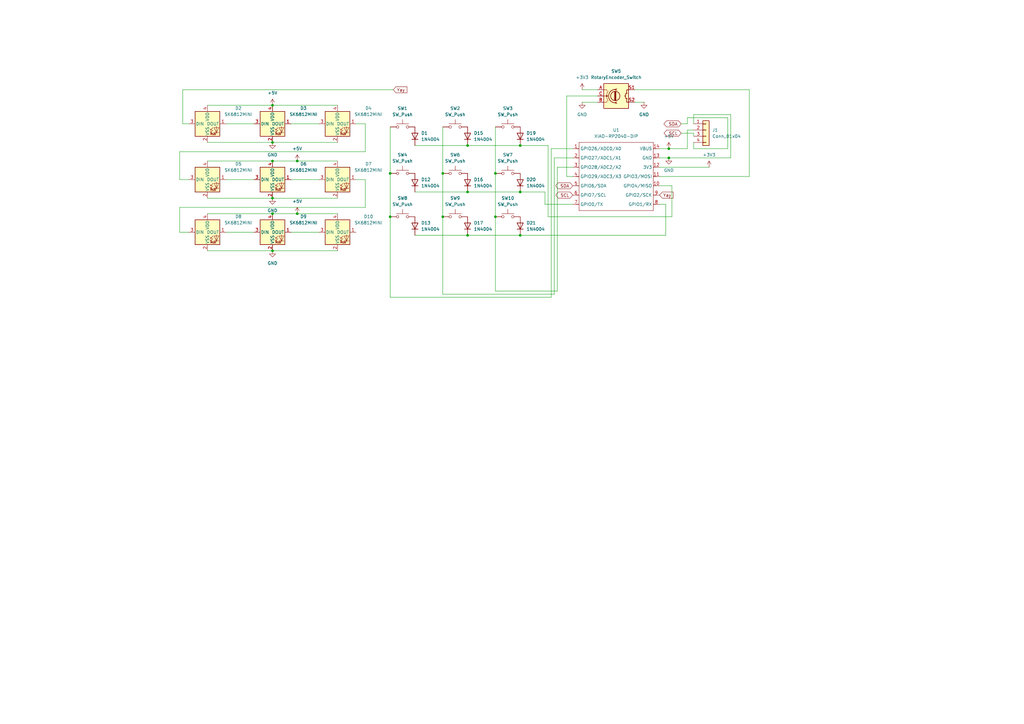
<source format=kicad_sch>
(kicad_sch
	(version 20250114)
	(generator "eeschema")
	(generator_version "9.0")
	(uuid "c9450e45-ba05-4519-a614-8d0b3d28b1be")
	(paper "A3")
	(lib_symbols
		(symbol "Connector_Generic:Conn_01x04"
			(pin_names
				(offset 1.016)
				(hide yes)
			)
			(exclude_from_sim no)
			(in_bom yes)
			(on_board yes)
			(property "Reference" "J"
				(at 0 5.08 0)
				(effects
					(font
						(size 1.27 1.27)
					)
				)
			)
			(property "Value" "Conn_01x04"
				(at 0 -7.62 0)
				(effects
					(font
						(size 1.27 1.27)
					)
				)
			)
			(property "Footprint" ""
				(at 0 0 0)
				(effects
					(font
						(size 1.27 1.27)
					)
					(hide yes)
				)
			)
			(property "Datasheet" "~"
				(at 0 0 0)
				(effects
					(font
						(size 1.27 1.27)
					)
					(hide yes)
				)
			)
			(property "Description" "Generic connector, single row, 01x04, script generated (kicad-library-utils/schlib/autogen/connector/)"
				(at 0 0 0)
				(effects
					(font
						(size 1.27 1.27)
					)
					(hide yes)
				)
			)
			(property "ki_keywords" "connector"
				(at 0 0 0)
				(effects
					(font
						(size 1.27 1.27)
					)
					(hide yes)
				)
			)
			(property "ki_fp_filters" "Connector*:*_1x??_*"
				(at 0 0 0)
				(effects
					(font
						(size 1.27 1.27)
					)
					(hide yes)
				)
			)
			(symbol "Conn_01x04_1_1"
				(rectangle
					(start -1.27 3.81)
					(end 1.27 -6.35)
					(stroke
						(width 0.254)
						(type default)
					)
					(fill
						(type background)
					)
				)
				(rectangle
					(start -1.27 2.667)
					(end 0 2.413)
					(stroke
						(width 0.1524)
						(type default)
					)
					(fill
						(type none)
					)
				)
				(rectangle
					(start -1.27 0.127)
					(end 0 -0.127)
					(stroke
						(width 0.1524)
						(type default)
					)
					(fill
						(type none)
					)
				)
				(rectangle
					(start -1.27 -2.413)
					(end 0 -2.667)
					(stroke
						(width 0.1524)
						(type default)
					)
					(fill
						(type none)
					)
				)
				(rectangle
					(start -1.27 -4.953)
					(end 0 -5.207)
					(stroke
						(width 0.1524)
						(type default)
					)
					(fill
						(type none)
					)
				)
				(pin passive line
					(at -5.08 2.54 0)
					(length 3.81)
					(name "Pin_1"
						(effects
							(font
								(size 1.27 1.27)
							)
						)
					)
					(number "1"
						(effects
							(font
								(size 1.27 1.27)
							)
						)
					)
				)
				(pin passive line
					(at -5.08 0 0)
					(length 3.81)
					(name "Pin_2"
						(effects
							(font
								(size 1.27 1.27)
							)
						)
					)
					(number "2"
						(effects
							(font
								(size 1.27 1.27)
							)
						)
					)
				)
				(pin passive line
					(at -5.08 -2.54 0)
					(length 3.81)
					(name "Pin_3"
						(effects
							(font
								(size 1.27 1.27)
							)
						)
					)
					(number "3"
						(effects
							(font
								(size 1.27 1.27)
							)
						)
					)
				)
				(pin passive line
					(at -5.08 -5.08 0)
					(length 3.81)
					(name "Pin_4"
						(effects
							(font
								(size 1.27 1.27)
							)
						)
					)
					(number "4"
						(effects
							(font
								(size 1.27 1.27)
							)
						)
					)
				)
			)
			(embedded_fonts no)
		)
		(symbol "Device:RotaryEncoder_Switch"
			(pin_names
				(offset 0.254)
				(hide yes)
			)
			(exclude_from_sim no)
			(in_bom yes)
			(on_board yes)
			(property "Reference" "SW"
				(at 0 6.604 0)
				(effects
					(font
						(size 1.27 1.27)
					)
				)
			)
			(property "Value" "RotaryEncoder_Switch"
				(at 0 -6.604 0)
				(effects
					(font
						(size 1.27 1.27)
					)
				)
			)
			(property "Footprint" ""
				(at -3.81 4.064 0)
				(effects
					(font
						(size 1.27 1.27)
					)
					(hide yes)
				)
			)
			(property "Datasheet" "~"
				(at 0 6.604 0)
				(effects
					(font
						(size 1.27 1.27)
					)
					(hide yes)
				)
			)
			(property "Description" "Rotary encoder, dual channel, incremental quadrate outputs, with switch"
				(at 0 0 0)
				(effects
					(font
						(size 1.27 1.27)
					)
					(hide yes)
				)
			)
			(property "ki_keywords" "rotary switch encoder switch push button"
				(at 0 0 0)
				(effects
					(font
						(size 1.27 1.27)
					)
					(hide yes)
				)
			)
			(property "ki_fp_filters" "RotaryEncoder*Switch*"
				(at 0 0 0)
				(effects
					(font
						(size 1.27 1.27)
					)
					(hide yes)
				)
			)
			(symbol "RotaryEncoder_Switch_0_1"
				(rectangle
					(start -5.08 5.08)
					(end 5.08 -5.08)
					(stroke
						(width 0.254)
						(type default)
					)
					(fill
						(type background)
					)
				)
				(polyline
					(pts
						(xy -5.08 2.54) (xy -3.81 2.54) (xy -3.81 2.032)
					)
					(stroke
						(width 0)
						(type default)
					)
					(fill
						(type none)
					)
				)
				(polyline
					(pts
						(xy -5.08 0) (xy -3.81 0) (xy -3.81 -1.016) (xy -3.302 -2.032)
					)
					(stroke
						(width 0)
						(type default)
					)
					(fill
						(type none)
					)
				)
				(polyline
					(pts
						(xy -5.08 -2.54) (xy -3.81 -2.54) (xy -3.81 -2.032)
					)
					(stroke
						(width 0)
						(type default)
					)
					(fill
						(type none)
					)
				)
				(polyline
					(pts
						(xy -4.318 0) (xy -3.81 0) (xy -3.81 1.016) (xy -3.302 2.032)
					)
					(stroke
						(width 0)
						(type default)
					)
					(fill
						(type none)
					)
				)
				(circle
					(center -3.81 0)
					(radius 0.254)
					(stroke
						(width 0)
						(type default)
					)
					(fill
						(type outline)
					)
				)
				(polyline
					(pts
						(xy -0.635 -1.778) (xy -0.635 1.778)
					)
					(stroke
						(width 0.254)
						(type default)
					)
					(fill
						(type none)
					)
				)
				(circle
					(center -0.381 0)
					(radius 1.905)
					(stroke
						(width 0.254)
						(type default)
					)
					(fill
						(type none)
					)
				)
				(polyline
					(pts
						(xy -0.381 -1.778) (xy -0.381 1.778)
					)
					(stroke
						(width 0.254)
						(type default)
					)
					(fill
						(type none)
					)
				)
				(arc
					(start -0.381 -2.794)
					(mid -3.0988 -0.0635)
					(end -0.381 2.667)
					(stroke
						(width 0.254)
						(type default)
					)
					(fill
						(type none)
					)
				)
				(polyline
					(pts
						(xy -0.127 1.778) (xy -0.127 -1.778)
					)
					(stroke
						(width 0.254)
						(type default)
					)
					(fill
						(type none)
					)
				)
				(polyline
					(pts
						(xy 0.254 2.921) (xy -0.508 2.667) (xy 0.127 2.286)
					)
					(stroke
						(width 0.254)
						(type default)
					)
					(fill
						(type none)
					)
				)
				(polyline
					(pts
						(xy 0.254 -3.048) (xy -0.508 -2.794) (xy 0.127 -2.413)
					)
					(stroke
						(width 0.254)
						(type default)
					)
					(fill
						(type none)
					)
				)
				(polyline
					(pts
						(xy 3.81 1.016) (xy 3.81 -1.016)
					)
					(stroke
						(width 0.254)
						(type default)
					)
					(fill
						(type none)
					)
				)
				(polyline
					(pts
						(xy 3.81 0) (xy 3.429 0)
					)
					(stroke
						(width 0.254)
						(type default)
					)
					(fill
						(type none)
					)
				)
				(circle
					(center 4.318 1.016)
					(radius 0.127)
					(stroke
						(width 0.254)
						(type default)
					)
					(fill
						(type none)
					)
				)
				(circle
					(center 4.318 -1.016)
					(radius 0.127)
					(stroke
						(width 0.254)
						(type default)
					)
					(fill
						(type none)
					)
				)
				(polyline
					(pts
						(xy 5.08 2.54) (xy 4.318 2.54) (xy 4.318 1.016)
					)
					(stroke
						(width 0.254)
						(type default)
					)
					(fill
						(type none)
					)
				)
				(polyline
					(pts
						(xy 5.08 -2.54) (xy 4.318 -2.54) (xy 4.318 -1.016)
					)
					(stroke
						(width 0.254)
						(type default)
					)
					(fill
						(type none)
					)
				)
			)
			(symbol "RotaryEncoder_Switch_1_1"
				(pin passive line
					(at -7.62 2.54 0)
					(length 2.54)
					(name "A"
						(effects
							(font
								(size 1.27 1.27)
							)
						)
					)
					(number "A"
						(effects
							(font
								(size 1.27 1.27)
							)
						)
					)
				)
				(pin passive line
					(at -7.62 0 0)
					(length 2.54)
					(name "C"
						(effects
							(font
								(size 1.27 1.27)
							)
						)
					)
					(number "C"
						(effects
							(font
								(size 1.27 1.27)
							)
						)
					)
				)
				(pin passive line
					(at -7.62 -2.54 0)
					(length 2.54)
					(name "B"
						(effects
							(font
								(size 1.27 1.27)
							)
						)
					)
					(number "B"
						(effects
							(font
								(size 1.27 1.27)
							)
						)
					)
				)
				(pin passive line
					(at 7.62 2.54 180)
					(length 2.54)
					(name "S1"
						(effects
							(font
								(size 1.27 1.27)
							)
						)
					)
					(number "S1"
						(effects
							(font
								(size 1.27 1.27)
							)
						)
					)
				)
				(pin passive line
					(at 7.62 -2.54 180)
					(length 2.54)
					(name "S2"
						(effects
							(font
								(size 1.27 1.27)
							)
						)
					)
					(number "S2"
						(effects
							(font
								(size 1.27 1.27)
							)
						)
					)
				)
			)
			(embedded_fonts no)
		)
		(symbol "Diode:1N4004"
			(pin_numbers
				(hide yes)
			)
			(pin_names
				(hide yes)
			)
			(exclude_from_sim no)
			(in_bom yes)
			(on_board yes)
			(property "Reference" "D"
				(at 0 2.54 0)
				(effects
					(font
						(size 1.27 1.27)
					)
				)
			)
			(property "Value" "1N4004"
				(at 0 -2.54 0)
				(effects
					(font
						(size 1.27 1.27)
					)
				)
			)
			(property "Footprint" "Diode_THT:D_DO-41_SOD81_P10.16mm_Horizontal"
				(at 0 -4.445 0)
				(effects
					(font
						(size 1.27 1.27)
					)
					(hide yes)
				)
			)
			(property "Datasheet" "http://www.vishay.com/docs/88503/1n4001.pdf"
				(at 0 0 0)
				(effects
					(font
						(size 1.27 1.27)
					)
					(hide yes)
				)
			)
			(property "Description" "400V 1A General Purpose Rectifier Diode, DO-41"
				(at 0 0 0)
				(effects
					(font
						(size 1.27 1.27)
					)
					(hide yes)
				)
			)
			(property "Sim.Device" "D"
				(at 0 0 0)
				(effects
					(font
						(size 1.27 1.27)
					)
					(hide yes)
				)
			)
			(property "Sim.Pins" "1=K 2=A"
				(at 0 0 0)
				(effects
					(font
						(size 1.27 1.27)
					)
					(hide yes)
				)
			)
			(property "ki_keywords" "diode"
				(at 0 0 0)
				(effects
					(font
						(size 1.27 1.27)
					)
					(hide yes)
				)
			)
			(property "ki_fp_filters" "D*DO?41*"
				(at 0 0 0)
				(effects
					(font
						(size 1.27 1.27)
					)
					(hide yes)
				)
			)
			(symbol "1N4004_0_1"
				(polyline
					(pts
						(xy -1.27 1.27) (xy -1.27 -1.27)
					)
					(stroke
						(width 0.254)
						(type default)
					)
					(fill
						(type none)
					)
				)
				(polyline
					(pts
						(xy 1.27 1.27) (xy 1.27 -1.27) (xy -1.27 0) (xy 1.27 1.27)
					)
					(stroke
						(width 0.254)
						(type default)
					)
					(fill
						(type none)
					)
				)
				(polyline
					(pts
						(xy 1.27 0) (xy -1.27 0)
					)
					(stroke
						(width 0)
						(type default)
					)
					(fill
						(type none)
					)
				)
			)
			(symbol "1N4004_1_1"
				(pin passive line
					(at -3.81 0 0)
					(length 2.54)
					(name "K"
						(effects
							(font
								(size 1.27 1.27)
							)
						)
					)
					(number "1"
						(effects
							(font
								(size 1.27 1.27)
							)
						)
					)
				)
				(pin passive line
					(at 3.81 0 180)
					(length 2.54)
					(name "A"
						(effects
							(font
								(size 1.27 1.27)
							)
						)
					)
					(number "2"
						(effects
							(font
								(size 1.27 1.27)
							)
						)
					)
				)
			)
			(embedded_fonts no)
		)
		(symbol "LED:SK6812MINI"
			(pin_names
				(offset 0.254)
			)
			(exclude_from_sim no)
			(in_bom yes)
			(on_board yes)
			(property "Reference" "D"
				(at 5.08 5.715 0)
				(effects
					(font
						(size 1.27 1.27)
					)
					(justify right bottom)
				)
			)
			(property "Value" "SK6812MINI"
				(at 1.27 -5.715 0)
				(effects
					(font
						(size 1.27 1.27)
					)
					(justify left top)
				)
			)
			(property "Footprint" "LED_SMD:LED_SK6812MINI_PLCC4_3.5x3.5mm_P1.75mm"
				(at 1.27 -7.62 0)
				(effects
					(font
						(size 1.27 1.27)
					)
					(justify left top)
					(hide yes)
				)
			)
			(property "Datasheet" "https://cdn-shop.adafruit.com/product-files/2686/SK6812MINI_REV.01-1-2.pdf"
				(at 2.54 -9.525 0)
				(effects
					(font
						(size 1.27 1.27)
					)
					(justify left top)
					(hide yes)
				)
			)
			(property "Description" "RGB LED with integrated controller"
				(at 0 0 0)
				(effects
					(font
						(size 1.27 1.27)
					)
					(hide yes)
				)
			)
			(property "ki_keywords" "RGB LED NeoPixel Mini addressable"
				(at 0 0 0)
				(effects
					(font
						(size 1.27 1.27)
					)
					(hide yes)
				)
			)
			(property "ki_fp_filters" "LED*SK6812MINI*PLCC*3.5x3.5mm*P1.75mm*"
				(at 0 0 0)
				(effects
					(font
						(size 1.27 1.27)
					)
					(hide yes)
				)
			)
			(symbol "SK6812MINI_0_0"
				(text "RGB"
					(at 2.286 -4.191 0)
					(effects
						(font
							(size 0.762 0.762)
						)
					)
				)
			)
			(symbol "SK6812MINI_0_1"
				(polyline
					(pts
						(xy 1.27 -2.54) (xy 1.778 -2.54)
					)
					(stroke
						(width 0)
						(type default)
					)
					(fill
						(type none)
					)
				)
				(polyline
					(pts
						(xy 1.27 -3.556) (xy 1.778 -3.556)
					)
					(stroke
						(width 0)
						(type default)
					)
					(fill
						(type none)
					)
				)
				(polyline
					(pts
						(xy 2.286 -1.524) (xy 1.27 -2.54) (xy 1.27 -2.032)
					)
					(stroke
						(width 0)
						(type default)
					)
					(fill
						(type none)
					)
				)
				(polyline
					(pts
						(xy 2.286 -2.54) (xy 1.27 -3.556) (xy 1.27 -3.048)
					)
					(stroke
						(width 0)
						(type default)
					)
					(fill
						(type none)
					)
				)
				(polyline
					(pts
						(xy 3.683 -1.016) (xy 3.683 -3.556) (xy 3.683 -4.064)
					)
					(stroke
						(width 0)
						(type default)
					)
					(fill
						(type none)
					)
				)
				(polyline
					(pts
						(xy 4.699 -1.524) (xy 2.667 -1.524) (xy 3.683 -3.556) (xy 4.699 -1.524)
					)
					(stroke
						(width 0)
						(type default)
					)
					(fill
						(type none)
					)
				)
				(polyline
					(pts
						(xy 4.699 -3.556) (xy 2.667 -3.556)
					)
					(stroke
						(width 0)
						(type default)
					)
					(fill
						(type none)
					)
				)
				(rectangle
					(start 5.08 5.08)
					(end -5.08 -5.08)
					(stroke
						(width 0.254)
						(type default)
					)
					(fill
						(type background)
					)
				)
			)
			(symbol "SK6812MINI_1_1"
				(pin input line
					(at -7.62 0 0)
					(length 2.54)
					(name "DIN"
						(effects
							(font
								(size 1.27 1.27)
							)
						)
					)
					(number "3"
						(effects
							(font
								(size 1.27 1.27)
							)
						)
					)
				)
				(pin power_in line
					(at 0 7.62 270)
					(length 2.54)
					(name "VDD"
						(effects
							(font
								(size 1.27 1.27)
							)
						)
					)
					(number "4"
						(effects
							(font
								(size 1.27 1.27)
							)
						)
					)
				)
				(pin power_in line
					(at 0 -7.62 90)
					(length 2.54)
					(name "VSS"
						(effects
							(font
								(size 1.27 1.27)
							)
						)
					)
					(number "2"
						(effects
							(font
								(size 1.27 1.27)
							)
						)
					)
				)
				(pin output line
					(at 7.62 0 180)
					(length 2.54)
					(name "DOUT"
						(effects
							(font
								(size 1.27 1.27)
							)
						)
					)
					(number "1"
						(effects
							(font
								(size 1.27 1.27)
							)
						)
					)
				)
			)
			(embedded_fonts no)
		)
		(symbol "OPL:XIAO-RP2040-DIP"
			(exclude_from_sim no)
			(in_bom yes)
			(on_board yes)
			(property "Reference" "U"
				(at 0 0 0)
				(effects
					(font
						(size 1.27 1.27)
					)
				)
			)
			(property "Value" "XIAO-RP2040-DIP"
				(at 5.334 -1.778 0)
				(effects
					(font
						(size 1.27 1.27)
					)
				)
			)
			(property "Footprint" "Module:MOUDLE14P-XIAO-DIP-SMD"
				(at 14.478 -32.258 0)
				(effects
					(font
						(size 1.27 1.27)
					)
					(hide yes)
				)
			)
			(property "Datasheet" ""
				(at 0 0 0)
				(effects
					(font
						(size 1.27 1.27)
					)
					(hide yes)
				)
			)
			(property "Description" ""
				(at 0 0 0)
				(effects
					(font
						(size 1.27 1.27)
					)
					(hide yes)
				)
			)
			(symbol "XIAO-RP2040-DIP_1_0"
				(polyline
					(pts
						(xy -1.27 -2.54) (xy 29.21 -2.54)
					)
					(stroke
						(width 0.1524)
						(type solid)
					)
					(fill
						(type none)
					)
				)
				(polyline
					(pts
						(xy -1.27 -5.08) (xy -2.54 -5.08)
					)
					(stroke
						(width 0.1524)
						(type solid)
					)
					(fill
						(type none)
					)
				)
				(polyline
					(pts
						(xy -1.27 -5.08) (xy -1.27 -2.54)
					)
					(stroke
						(width 0.1524)
						(type solid)
					)
					(fill
						(type none)
					)
				)
				(polyline
					(pts
						(xy -1.27 -8.89) (xy -2.54 -8.89)
					)
					(stroke
						(width 0.1524)
						(type solid)
					)
					(fill
						(type none)
					)
				)
				(polyline
					(pts
						(xy -1.27 -8.89) (xy -1.27 -5.08)
					)
					(stroke
						(width 0.1524)
						(type solid)
					)
					(fill
						(type none)
					)
				)
				(polyline
					(pts
						(xy -1.27 -12.7) (xy -2.54 -12.7)
					)
					(stroke
						(width 0.1524)
						(type solid)
					)
					(fill
						(type none)
					)
				)
				(polyline
					(pts
						(xy -1.27 -12.7) (xy -1.27 -8.89)
					)
					(stroke
						(width 0.1524)
						(type solid)
					)
					(fill
						(type none)
					)
				)
				(polyline
					(pts
						(xy -1.27 -16.51) (xy -2.54 -16.51)
					)
					(stroke
						(width 0.1524)
						(type solid)
					)
					(fill
						(type none)
					)
				)
				(polyline
					(pts
						(xy -1.27 -16.51) (xy -1.27 -12.7)
					)
					(stroke
						(width 0.1524)
						(type solid)
					)
					(fill
						(type none)
					)
				)
				(polyline
					(pts
						(xy -1.27 -20.32) (xy -2.54 -20.32)
					)
					(stroke
						(width 0.1524)
						(type solid)
					)
					(fill
						(type none)
					)
				)
				(polyline
					(pts
						(xy -1.27 -24.13) (xy -2.54 -24.13)
					)
					(stroke
						(width 0.1524)
						(type solid)
					)
					(fill
						(type none)
					)
				)
				(polyline
					(pts
						(xy -1.27 -27.94) (xy -2.54 -27.94)
					)
					(stroke
						(width 0.1524)
						(type solid)
					)
					(fill
						(type none)
					)
				)
				(polyline
					(pts
						(xy -1.27 -30.48) (xy -1.27 -16.51)
					)
					(stroke
						(width 0.1524)
						(type solid)
					)
					(fill
						(type none)
					)
				)
				(polyline
					(pts
						(xy 29.21 -2.54) (xy 29.21 -5.08)
					)
					(stroke
						(width 0.1524)
						(type solid)
					)
					(fill
						(type none)
					)
				)
				(polyline
					(pts
						(xy 29.21 -5.08) (xy 29.21 -8.89)
					)
					(stroke
						(width 0.1524)
						(type solid)
					)
					(fill
						(type none)
					)
				)
				(polyline
					(pts
						(xy 29.21 -8.89) (xy 29.21 -12.7)
					)
					(stroke
						(width 0.1524)
						(type solid)
					)
					(fill
						(type none)
					)
				)
				(polyline
					(pts
						(xy 29.21 -12.7) (xy 29.21 -30.48)
					)
					(stroke
						(width 0.1524)
						(type solid)
					)
					(fill
						(type none)
					)
				)
				(polyline
					(pts
						(xy 29.21 -30.48) (xy -1.27 -30.48)
					)
					(stroke
						(width 0.1524)
						(type solid)
					)
					(fill
						(type none)
					)
				)
				(polyline
					(pts
						(xy 30.48 -5.08) (xy 29.21 -5.08)
					)
					(stroke
						(width 0.1524)
						(type solid)
					)
					(fill
						(type none)
					)
				)
				(polyline
					(pts
						(xy 30.48 -8.89) (xy 29.21 -8.89)
					)
					(stroke
						(width 0.1524)
						(type solid)
					)
					(fill
						(type none)
					)
				)
				(polyline
					(pts
						(xy 30.48 -12.7) (xy 29.21 -12.7)
					)
					(stroke
						(width 0.1524)
						(type solid)
					)
					(fill
						(type none)
					)
				)
				(polyline
					(pts
						(xy 30.48 -16.51) (xy 29.21 -16.51)
					)
					(stroke
						(width 0.1524)
						(type solid)
					)
					(fill
						(type none)
					)
				)
				(polyline
					(pts
						(xy 30.48 -20.32) (xy 29.21 -20.32)
					)
					(stroke
						(width 0.1524)
						(type solid)
					)
					(fill
						(type none)
					)
				)
				(polyline
					(pts
						(xy 30.48 -24.13) (xy 29.21 -24.13)
					)
					(stroke
						(width 0.1524)
						(type solid)
					)
					(fill
						(type none)
					)
				)
				(polyline
					(pts
						(xy 30.48 -27.94) (xy 29.21 -27.94)
					)
					(stroke
						(width 0.1524)
						(type solid)
					)
					(fill
						(type none)
					)
				)
				(pin passive line
					(at -3.81 -5.08 0)
					(length 2.54)
					(name "GPIO26/ADC0/A0"
						(effects
							(font
								(size 1.27 1.27)
							)
						)
					)
					(number "1"
						(effects
							(font
								(size 1.27 1.27)
							)
						)
					)
				)
				(pin passive line
					(at -3.81 -8.89 0)
					(length 2.54)
					(name "GPIO27/ADC1/A1"
						(effects
							(font
								(size 1.27 1.27)
							)
						)
					)
					(number "2"
						(effects
							(font
								(size 1.27 1.27)
							)
						)
					)
				)
				(pin passive line
					(at -3.81 -12.7 0)
					(length 2.54)
					(name "GPIO28/ADC2/A2"
						(effects
							(font
								(size 1.27 1.27)
							)
						)
					)
					(number "3"
						(effects
							(font
								(size 1.27 1.27)
							)
						)
					)
				)
				(pin passive line
					(at -3.81 -16.51 0)
					(length 2.54)
					(name "GPIO29/ADC3/A3"
						(effects
							(font
								(size 1.27 1.27)
							)
						)
					)
					(number "4"
						(effects
							(font
								(size 1.27 1.27)
							)
						)
					)
				)
				(pin passive line
					(at -3.81 -20.32 0)
					(length 2.54)
					(name "GPIO6/SDA"
						(effects
							(font
								(size 1.27 1.27)
							)
						)
					)
					(number "5"
						(effects
							(font
								(size 1.27 1.27)
							)
						)
					)
				)
				(pin passive line
					(at -3.81 -24.13 0)
					(length 2.54)
					(name "GPIO7/SCL"
						(effects
							(font
								(size 1.27 1.27)
							)
						)
					)
					(number "6"
						(effects
							(font
								(size 1.27 1.27)
							)
						)
					)
				)
				(pin passive line
					(at -3.81 -27.94 0)
					(length 2.54)
					(name "GPIO0/TX"
						(effects
							(font
								(size 1.27 1.27)
							)
						)
					)
					(number "7"
						(effects
							(font
								(size 1.27 1.27)
							)
						)
					)
				)
				(pin passive line
					(at 31.75 -5.08 180)
					(length 2.54)
					(name "VBUS"
						(effects
							(font
								(size 1.27 1.27)
							)
						)
					)
					(number "14"
						(effects
							(font
								(size 1.27 1.27)
							)
						)
					)
				)
				(pin passive line
					(at 31.75 -8.89 180)
					(length 2.54)
					(name "GND"
						(effects
							(font
								(size 1.27 1.27)
							)
						)
					)
					(number "13"
						(effects
							(font
								(size 1.27 1.27)
							)
						)
					)
				)
				(pin passive line
					(at 31.75 -12.7 180)
					(length 2.54)
					(name "3V3"
						(effects
							(font
								(size 1.27 1.27)
							)
						)
					)
					(number "12"
						(effects
							(font
								(size 1.27 1.27)
							)
						)
					)
				)
				(pin passive line
					(at 31.75 -16.51 180)
					(length 2.54)
					(name "GPIO3/MOSI"
						(effects
							(font
								(size 1.27 1.27)
							)
						)
					)
					(number "11"
						(effects
							(font
								(size 1.27 1.27)
							)
						)
					)
				)
				(pin passive line
					(at 31.75 -20.32 180)
					(length 2.54)
					(name "GPIO4/MISO"
						(effects
							(font
								(size 1.27 1.27)
							)
						)
					)
					(number "10"
						(effects
							(font
								(size 1.27 1.27)
							)
						)
					)
				)
				(pin passive line
					(at 31.75 -24.13 180)
					(length 2.54)
					(name "GPIO2/SCK"
						(effects
							(font
								(size 1.27 1.27)
							)
						)
					)
					(number "9"
						(effects
							(font
								(size 1.27 1.27)
							)
						)
					)
				)
				(pin passive line
					(at 31.75 -27.94 180)
					(length 2.54)
					(name "GPIO1/RX"
						(effects
							(font
								(size 1.27 1.27)
							)
						)
					)
					(number "8"
						(effects
							(font
								(size 1.27 1.27)
							)
						)
					)
				)
			)
			(embedded_fonts no)
		)
		(symbol "Switch:SW_Push"
			(pin_numbers
				(hide yes)
			)
			(pin_names
				(offset 1.016)
				(hide yes)
			)
			(exclude_from_sim no)
			(in_bom yes)
			(on_board yes)
			(property "Reference" "SW"
				(at 1.27 2.54 0)
				(effects
					(font
						(size 1.27 1.27)
					)
					(justify left)
				)
			)
			(property "Value" "SW_Push"
				(at 0 -1.524 0)
				(effects
					(font
						(size 1.27 1.27)
					)
				)
			)
			(property "Footprint" ""
				(at 0 5.08 0)
				(effects
					(font
						(size 1.27 1.27)
					)
					(hide yes)
				)
			)
			(property "Datasheet" "~"
				(at 0 5.08 0)
				(effects
					(font
						(size 1.27 1.27)
					)
					(hide yes)
				)
			)
			(property "Description" "Push button switch, generic, two pins"
				(at 0 0 0)
				(effects
					(font
						(size 1.27 1.27)
					)
					(hide yes)
				)
			)
			(property "ki_keywords" "switch normally-open pushbutton push-button"
				(at 0 0 0)
				(effects
					(font
						(size 1.27 1.27)
					)
					(hide yes)
				)
			)
			(symbol "SW_Push_0_1"
				(circle
					(center -2.032 0)
					(radius 0.508)
					(stroke
						(width 0)
						(type default)
					)
					(fill
						(type none)
					)
				)
				(polyline
					(pts
						(xy 0 1.27) (xy 0 3.048)
					)
					(stroke
						(width 0)
						(type default)
					)
					(fill
						(type none)
					)
				)
				(circle
					(center 2.032 0)
					(radius 0.508)
					(stroke
						(width 0)
						(type default)
					)
					(fill
						(type none)
					)
				)
				(polyline
					(pts
						(xy 2.54 1.27) (xy -2.54 1.27)
					)
					(stroke
						(width 0)
						(type default)
					)
					(fill
						(type none)
					)
				)
				(pin passive line
					(at -5.08 0 0)
					(length 2.54)
					(name "1"
						(effects
							(font
								(size 1.27 1.27)
							)
						)
					)
					(number "1"
						(effects
							(font
								(size 1.27 1.27)
							)
						)
					)
				)
				(pin passive line
					(at 5.08 0 180)
					(length 2.54)
					(name "2"
						(effects
							(font
								(size 1.27 1.27)
							)
						)
					)
					(number "2"
						(effects
							(font
								(size 1.27 1.27)
							)
						)
					)
				)
			)
			(embedded_fonts no)
		)
		(symbol "power:+3V3"
			(power)
			(pin_numbers
				(hide yes)
			)
			(pin_names
				(offset 0)
				(hide yes)
			)
			(exclude_from_sim no)
			(in_bom yes)
			(on_board yes)
			(property "Reference" "#PWR"
				(at 0 -3.81 0)
				(effects
					(font
						(size 1.27 1.27)
					)
					(hide yes)
				)
			)
			(property "Value" "+3V3"
				(at 0 3.556 0)
				(effects
					(font
						(size 1.27 1.27)
					)
				)
			)
			(property "Footprint" ""
				(at 0 0 0)
				(effects
					(font
						(size 1.27 1.27)
					)
					(hide yes)
				)
			)
			(property "Datasheet" ""
				(at 0 0 0)
				(effects
					(font
						(size 1.27 1.27)
					)
					(hide yes)
				)
			)
			(property "Description" "Power symbol creates a global label with name \"+3V3\""
				(at 0 0 0)
				(effects
					(font
						(size 1.27 1.27)
					)
					(hide yes)
				)
			)
			(property "ki_keywords" "global power"
				(at 0 0 0)
				(effects
					(font
						(size 1.27 1.27)
					)
					(hide yes)
				)
			)
			(symbol "+3V3_0_1"
				(polyline
					(pts
						(xy -0.762 1.27) (xy 0 2.54)
					)
					(stroke
						(width 0)
						(type default)
					)
					(fill
						(type none)
					)
				)
				(polyline
					(pts
						(xy 0 2.54) (xy 0.762 1.27)
					)
					(stroke
						(width 0)
						(type default)
					)
					(fill
						(type none)
					)
				)
				(polyline
					(pts
						(xy 0 0) (xy 0 2.54)
					)
					(stroke
						(width 0)
						(type default)
					)
					(fill
						(type none)
					)
				)
			)
			(symbol "+3V3_1_1"
				(pin power_in line
					(at 0 0 90)
					(length 0)
					(name "~"
						(effects
							(font
								(size 1.27 1.27)
							)
						)
					)
					(number "1"
						(effects
							(font
								(size 1.27 1.27)
							)
						)
					)
				)
			)
			(embedded_fonts no)
		)
		(symbol "power:+5V"
			(power)
			(pin_numbers
				(hide yes)
			)
			(pin_names
				(offset 0)
				(hide yes)
			)
			(exclude_from_sim no)
			(in_bom yes)
			(on_board yes)
			(property "Reference" "#PWR"
				(at 0 -3.81 0)
				(effects
					(font
						(size 1.27 1.27)
					)
					(hide yes)
				)
			)
			(property "Value" "+5V"
				(at 0 3.556 0)
				(effects
					(font
						(size 1.27 1.27)
					)
				)
			)
			(property "Footprint" ""
				(at 0 0 0)
				(effects
					(font
						(size 1.27 1.27)
					)
					(hide yes)
				)
			)
			(property "Datasheet" ""
				(at 0 0 0)
				(effects
					(font
						(size 1.27 1.27)
					)
					(hide yes)
				)
			)
			(property "Description" "Power symbol creates a global label with name \"+5V\""
				(at 0 0 0)
				(effects
					(font
						(size 1.27 1.27)
					)
					(hide yes)
				)
			)
			(property "ki_keywords" "global power"
				(at 0 0 0)
				(effects
					(font
						(size 1.27 1.27)
					)
					(hide yes)
				)
			)
			(symbol "+5V_0_1"
				(polyline
					(pts
						(xy -0.762 1.27) (xy 0 2.54)
					)
					(stroke
						(width 0)
						(type default)
					)
					(fill
						(type none)
					)
				)
				(polyline
					(pts
						(xy 0 2.54) (xy 0.762 1.27)
					)
					(stroke
						(width 0)
						(type default)
					)
					(fill
						(type none)
					)
				)
				(polyline
					(pts
						(xy 0 0) (xy 0 2.54)
					)
					(stroke
						(width 0)
						(type default)
					)
					(fill
						(type none)
					)
				)
			)
			(symbol "+5V_1_1"
				(pin power_in line
					(at 0 0 90)
					(length 0)
					(name "~"
						(effects
							(font
								(size 1.27 1.27)
							)
						)
					)
					(number "1"
						(effects
							(font
								(size 1.27 1.27)
							)
						)
					)
				)
			)
			(embedded_fonts no)
		)
		(symbol "power:GND"
			(power)
			(pin_numbers
				(hide yes)
			)
			(pin_names
				(offset 0)
				(hide yes)
			)
			(exclude_from_sim no)
			(in_bom yes)
			(on_board yes)
			(property "Reference" "#PWR"
				(at 0 -6.35 0)
				(effects
					(font
						(size 1.27 1.27)
					)
					(hide yes)
				)
			)
			(property "Value" "GND"
				(at 0 -3.81 0)
				(effects
					(font
						(size 1.27 1.27)
					)
				)
			)
			(property "Footprint" ""
				(at 0 0 0)
				(effects
					(font
						(size 1.27 1.27)
					)
					(hide yes)
				)
			)
			(property "Datasheet" ""
				(at 0 0 0)
				(effects
					(font
						(size 1.27 1.27)
					)
					(hide yes)
				)
			)
			(property "Description" "Power symbol creates a global label with name \"GND\" , ground"
				(at 0 0 0)
				(effects
					(font
						(size 1.27 1.27)
					)
					(hide yes)
				)
			)
			(property "ki_keywords" "global power"
				(at 0 0 0)
				(effects
					(font
						(size 1.27 1.27)
					)
					(hide yes)
				)
			)
			(symbol "GND_0_1"
				(polyline
					(pts
						(xy 0 0) (xy 0 -1.27) (xy 1.27 -1.27) (xy 0 -2.54) (xy -1.27 -1.27) (xy 0 -1.27)
					)
					(stroke
						(width 0)
						(type default)
					)
					(fill
						(type none)
					)
				)
			)
			(symbol "GND_1_1"
				(pin power_in line
					(at 0 0 270)
					(length 0)
					(name "~"
						(effects
							(font
								(size 1.27 1.27)
							)
						)
					)
					(number "1"
						(effects
							(font
								(size 1.27 1.27)
							)
						)
					)
				)
			)
			(embedded_fonts no)
		)
	)
	(junction
		(at 160.02 71.12)
		(diameter 0)
		(color 0 0 0 0)
		(uuid "1185a92f-5bf7-4f79-a12f-bf74dc290715")
	)
	(junction
		(at 213.36 59.69)
		(diameter 0)
		(color 0 0 0 0)
		(uuid "11fd5c31-d0e7-4c4b-9c8a-e85cf1386b6b")
	)
	(junction
		(at 181.61 88.9)
		(diameter 0)
		(color 0 0 0 0)
		(uuid "12547ca5-1c5e-4f7b-a896-d592e0fce0bd")
	)
	(junction
		(at 160.02 88.9)
		(diameter 0)
		(color 0 0 0 0)
		(uuid "1d040f8e-bce4-4c03-99da-e1743e7a041e")
	)
	(junction
		(at 111.76 87.63)
		(diameter 0)
		(color 0 0 0 0)
		(uuid "223fee52-1fd7-4988-8348-80a04d3e6dbb")
	)
	(junction
		(at 181.61 71.12)
		(diameter 0)
		(color 0 0 0 0)
		(uuid "307d7b74-09cd-4a57-be3a-29a3fb660e09")
	)
	(junction
		(at 111.76 58.42)
		(diameter 0)
		(color 0 0 0 0)
		(uuid "5c8d8e68-fe78-4415-8002-8aab2ec699ce")
	)
	(junction
		(at 274.32 64.77)
		(diameter 0)
		(color 0 0 0 0)
		(uuid "62321e4d-c540-458d-b709-9143eaa4559a")
	)
	(junction
		(at 111.76 81.28)
		(diameter 0)
		(color 0 0 0 0)
		(uuid "623ede71-d1e9-4fcd-868d-9fb3df02db21")
	)
	(junction
		(at 121.92 87.63)
		(diameter 0)
		(color 0 0 0 0)
		(uuid "625fa0ea-35ca-4fd3-9ce9-b876f7392719")
	)
	(junction
		(at 191.77 78.74)
		(diameter 0)
		(color 0 0 0 0)
		(uuid "645aafba-47a7-418e-820e-40cf3f767c47")
	)
	(junction
		(at 111.76 43.18)
		(diameter 0)
		(color 0 0 0 0)
		(uuid "71e97ef9-628f-4694-aee5-7c312f369b83")
	)
	(junction
		(at 191.77 96.52)
		(diameter 0)
		(color 0 0 0 0)
		(uuid "77880c65-c7be-42ad-b88f-84d0fe9536f4")
	)
	(junction
		(at 191.77 59.69)
		(diameter 0)
		(color 0 0 0 0)
		(uuid "8490a0d6-3ed7-47e5-acac-c79581d85f2b")
	)
	(junction
		(at 203.2 71.12)
		(diameter 0)
		(color 0 0 0 0)
		(uuid "8f688b09-4c11-4e86-98ab-580279f8fad8")
	)
	(junction
		(at 274.32 60.96)
		(diameter 0)
		(color 0 0 0 0)
		(uuid "b814f872-abdf-44d4-9d73-dd8164b0986e")
	)
	(junction
		(at 111.76 66.04)
		(diameter 0)
		(color 0 0 0 0)
		(uuid "baa8cb1e-c618-4e5a-8a32-4c7372e8e3e5")
	)
	(junction
		(at 203.2 88.9)
		(diameter 0)
		(color 0 0 0 0)
		(uuid "bfac958c-fa78-4f5c-a591-7a666dca4848")
	)
	(junction
		(at 111.76 102.87)
		(diameter 0)
		(color 0 0 0 0)
		(uuid "c86e1e9b-e934-4713-bce7-c4f3d14272d2")
	)
	(junction
		(at 213.36 96.52)
		(diameter 0)
		(color 0 0 0 0)
		(uuid "ecb25565-ed68-494d-910d-fc43cce19d16")
	)
	(junction
		(at 121.92 66.04)
		(diameter 0)
		(color 0 0 0 0)
		(uuid "faf62788-a58e-425b-b652-7d34bab7090d")
	)
	(junction
		(at 213.36 78.74)
		(diameter 0)
		(color 0 0 0 0)
		(uuid "fc4d3e79-9775-461e-99d0-26b5960c0864")
	)
	(wire
		(pts
			(xy 226.06 60.96) (xy 234.95 60.96)
		)
		(stroke
			(width 0)
			(type default)
		)
		(uuid "05227441-0702-42f1-8893-908bb0d10f08")
	)
	(wire
		(pts
			(xy 281.94 53.34) (xy 281.94 60.96)
		)
		(stroke
			(width 0)
			(type default)
		)
		(uuid "0a3fcaeb-cde9-47c6-b3fc-ebbe4ef08a19")
	)
	(wire
		(pts
			(xy 181.61 71.12) (xy 181.61 88.9)
		)
		(stroke
			(width 0)
			(type default)
		)
		(uuid "10fc30dc-653a-4cb3-a373-87b7da26110e")
	)
	(wire
		(pts
			(xy 223.52 78.74) (xy 223.52 83.82)
		)
		(stroke
			(width 0)
			(type default)
		)
		(uuid "129e277c-45d5-44c3-b656-d7786ad5eb90")
	)
	(wire
		(pts
			(xy 119.38 73.66) (xy 130.81 73.66)
		)
		(stroke
			(width 0)
			(type default)
		)
		(uuid "132808b7-38f3-460d-9163-4c04c4fa4d9f")
	)
	(wire
		(pts
			(xy 160.02 52.07) (xy 160.02 71.12)
		)
		(stroke
			(width 0)
			(type default)
		)
		(uuid "144b029c-ba17-4877-bd38-4932a92e0763")
	)
	(wire
		(pts
			(xy 299.72 64.77) (xy 299.72 46.99)
		)
		(stroke
			(width 0)
			(type default)
		)
		(uuid "1606ab66-2e32-4887-b7b0-d902f4783508")
	)
	(wire
		(pts
			(xy 203.2 88.9) (xy 203.2 119.38)
		)
		(stroke
			(width 0)
			(type default)
		)
		(uuid "17465d99-4bed-4dc3-8167-e4b233b5e126")
	)
	(wire
		(pts
			(xy 73.66 62.23) (xy 73.66 73.66)
		)
		(stroke
			(width 0)
			(type default)
		)
		(uuid "18d84271-48ea-46a4-9be5-1463da28b3b3")
	)
	(wire
		(pts
			(xy 74.93 36.83) (xy 161.29 36.83)
		)
		(stroke
			(width 0)
			(type default)
		)
		(uuid "1b5b7cfd-f3f4-45aa-a0c8-afb7cdfe21d6")
	)
	(wire
		(pts
			(xy 279.4 50.8) (xy 281.94 50.8)
		)
		(stroke
			(width 0)
			(type default)
		)
		(uuid "1be38afa-83d6-47b4-8bbd-0ae35bdb8962")
	)
	(wire
		(pts
			(xy 281.94 50.8) (xy 281.94 48.26)
		)
		(stroke
			(width 0)
			(type default)
		)
		(uuid "1eed309f-55e1-4faa-bd2d-70c30dac0247")
	)
	(wire
		(pts
			(xy 260.35 36.83) (xy 307.34 36.83)
		)
		(stroke
			(width 0)
			(type default)
		)
		(uuid "2184bc19-2f57-466c-bc48-080793649127")
	)
	(wire
		(pts
			(xy 121.92 66.04) (xy 138.43 66.04)
		)
		(stroke
			(width 0)
			(type default)
		)
		(uuid "227f16b3-c2d6-4a7e-a773-20166913805e")
	)
	(wire
		(pts
			(xy 281.94 48.26) (xy 298.45 48.26)
		)
		(stroke
			(width 0)
			(type default)
		)
		(uuid "264be65c-8751-43c4-8b08-b820e77c7cbb")
	)
	(wire
		(pts
			(xy 232.41 72.39) (xy 234.95 72.39)
		)
		(stroke
			(width 0)
			(type default)
		)
		(uuid "2788fc64-528f-4ff1-bb6b-7ba34677356c")
	)
	(wire
		(pts
			(xy 85.09 58.42) (xy 111.76 58.42)
		)
		(stroke
			(width 0)
			(type default)
		)
		(uuid "2e80c6eb-9974-4bc0-9eef-84f10f266a86")
	)
	(wire
		(pts
			(xy 273.05 83.82) (xy 270.51 83.82)
		)
		(stroke
			(width 0)
			(type default)
		)
		(uuid "2f0dbd18-1397-45e6-9994-6a9ad6ef311b")
	)
	(wire
		(pts
			(xy 73.66 73.66) (xy 77.47 73.66)
		)
		(stroke
			(width 0)
			(type default)
		)
		(uuid "331f80cd-1b06-4718-a55d-a2a5ed4ad3f5")
	)
	(wire
		(pts
			(xy 224.79 88.9) (xy 275.59 88.9)
		)
		(stroke
			(width 0)
			(type default)
		)
		(uuid "34d0c124-6d7b-4461-8ac0-0200b2da1eaa")
	)
	(wire
		(pts
			(xy 232.41 39.37) (xy 232.41 72.39)
		)
		(stroke
			(width 0)
			(type default)
		)
		(uuid "3512d7a8-0e7e-4b5a-9666-29541bcf8539")
	)
	(wire
		(pts
			(xy 149.86 50.8) (xy 149.86 62.23)
		)
		(stroke
			(width 0)
			(type default)
		)
		(uuid "3635ae6a-f684-4a6a-9044-7502c9dc4e2b")
	)
	(wire
		(pts
			(xy 203.2 119.38) (xy 228.6 119.38)
		)
		(stroke
			(width 0)
			(type default)
		)
		(uuid "39258e61-48ef-4d3a-8814-72bbc059aa70")
	)
	(wire
		(pts
			(xy 181.61 88.9) (xy 181.61 120.65)
		)
		(stroke
			(width 0)
			(type default)
		)
		(uuid "39ddc51c-42df-4757-ab77-92c710c91258")
	)
	(wire
		(pts
			(xy 281.94 53.34) (xy 284.48 53.34)
		)
		(stroke
			(width 0)
			(type default)
		)
		(uuid "43c083f5-28b5-4f91-84a5-ebfa05bea0bd")
	)
	(wire
		(pts
			(xy 307.34 36.83) (xy 307.34 72.39)
		)
		(stroke
			(width 0)
			(type default)
		)
		(uuid "44c7f86b-b4b9-4a3e-9d48-92ac7b1337bb")
	)
	(wire
		(pts
			(xy 223.52 83.82) (xy 234.95 83.82)
		)
		(stroke
			(width 0)
			(type default)
		)
		(uuid "44e836ab-d3cf-4556-8f22-ceb3308a4107")
	)
	(wire
		(pts
			(xy 191.77 59.69) (xy 213.36 59.69)
		)
		(stroke
			(width 0)
			(type default)
		)
		(uuid "4a1d88be-d62b-4e01-a60a-f936cb32385a")
	)
	(wire
		(pts
			(xy 181.61 120.65) (xy 227.33 120.65)
		)
		(stroke
			(width 0)
			(type default)
		)
		(uuid "51250c59-cfc0-4dd8-a528-0be358182933")
	)
	(wire
		(pts
			(xy 92.71 50.8) (xy 104.14 50.8)
		)
		(stroke
			(width 0)
			(type default)
		)
		(uuid "54fb6508-4a62-4122-9b5f-220373dde372")
	)
	(wire
		(pts
			(xy 73.66 85.09) (xy 73.66 95.25)
		)
		(stroke
			(width 0)
			(type default)
		)
		(uuid "551d474e-cc79-41fa-9ca3-f82568e113fa")
	)
	(wire
		(pts
			(xy 224.79 59.69) (xy 224.79 88.9)
		)
		(stroke
			(width 0)
			(type default)
		)
		(uuid "562101e9-ea44-4170-907a-d380d2aa5567")
	)
	(wire
		(pts
			(xy 203.2 52.07) (xy 203.2 71.12)
		)
		(stroke
			(width 0)
			(type default)
		)
		(uuid "59342ac8-0370-4b60-918e-f41130d7c125")
	)
	(wire
		(pts
			(xy 149.86 73.66) (xy 149.86 85.09)
		)
		(stroke
			(width 0)
			(type default)
		)
		(uuid "5964205c-3fce-41aa-989d-b4a376549181")
	)
	(wire
		(pts
			(xy 238.76 41.91) (xy 245.11 41.91)
		)
		(stroke
			(width 0)
			(type default)
		)
		(uuid "5bea9ef5-6856-40be-b7a5-2863b45d9c4c")
	)
	(wire
		(pts
			(xy 191.77 96.52) (xy 213.36 96.52)
		)
		(stroke
			(width 0)
			(type default)
		)
		(uuid "5e74b1a7-15f7-4784-9496-6eed2c391591")
	)
	(wire
		(pts
			(xy 274.32 64.77) (xy 270.51 64.77)
		)
		(stroke
			(width 0)
			(type default)
		)
		(uuid "608d8d06-0979-4255-a2d5-d896a8712ef9")
	)
	(wire
		(pts
			(xy 121.92 87.63) (xy 138.43 87.63)
		)
		(stroke
			(width 0)
			(type default)
		)
		(uuid "63f18f36-6396-46df-8264-ca3b5f39173c")
	)
	(wire
		(pts
			(xy 260.35 41.91) (xy 264.16 41.91)
		)
		(stroke
			(width 0)
			(type default)
		)
		(uuid "64de8c19-3153-48e7-96a3-d8a564870fad")
	)
	(wire
		(pts
			(xy 111.76 87.63) (xy 121.92 87.63)
		)
		(stroke
			(width 0)
			(type default)
		)
		(uuid "66f66fbe-054b-4301-a319-823c9dad3a07")
	)
	(wire
		(pts
			(xy 92.71 73.66) (xy 104.14 73.66)
		)
		(stroke
			(width 0)
			(type default)
		)
		(uuid "67b66949-6ed9-48d5-94a7-c2d2f1a0f953")
	)
	(wire
		(pts
			(xy 203.2 71.12) (xy 203.2 88.9)
		)
		(stroke
			(width 0)
			(type default)
		)
		(uuid "682348fa-4cb1-4b02-9918-47309f28c30b")
	)
	(wire
		(pts
			(xy 213.36 96.52) (xy 273.05 96.52)
		)
		(stroke
			(width 0)
			(type default)
		)
		(uuid "6acfb129-54f9-4eb1-a1fd-680dcac2f0a3")
	)
	(wire
		(pts
			(xy 149.86 62.23) (xy 73.66 62.23)
		)
		(stroke
			(width 0)
			(type default)
		)
		(uuid "6ae8fb03-a052-4c03-a647-b50b7144a544")
	)
	(wire
		(pts
			(xy 149.86 85.09) (xy 73.66 85.09)
		)
		(stroke
			(width 0)
			(type default)
		)
		(uuid "7324ed80-d2a1-4d68-bb52-90d1463f720a")
	)
	(wire
		(pts
			(xy 270.51 68.58) (xy 290.83 68.58)
		)
		(stroke
			(width 0)
			(type default)
		)
		(uuid "7aaae583-3f26-4ae9-9aab-eceeb87bc8ba")
	)
	(wire
		(pts
			(xy 119.38 95.25) (xy 130.81 95.25)
		)
		(stroke
			(width 0)
			(type default)
		)
		(uuid "81720562-5b1e-406a-ace5-ebafebe1ccf8")
	)
	(wire
		(pts
			(xy 284.48 54.61) (xy 284.48 55.88)
		)
		(stroke
			(width 0)
			(type default)
		)
		(uuid "81c91baf-f927-4cd2-903c-3eefa02fafeb")
	)
	(wire
		(pts
			(xy 111.76 102.87) (xy 138.43 102.87)
		)
		(stroke
			(width 0)
			(type default)
		)
		(uuid "8308da07-f54b-43c7-a6e1-fe9035e98694")
	)
	(wire
		(pts
			(xy 284.48 46.99) (xy 284.48 50.8)
		)
		(stroke
			(width 0)
			(type default)
		)
		(uuid "91de73f0-9028-40ba-a625-d6070615dcd7")
	)
	(wire
		(pts
			(xy 245.11 39.37) (xy 232.41 39.37)
		)
		(stroke
			(width 0)
			(type default)
		)
		(uuid "951e3f3e-cc32-44ad-bb3f-fd1af5977898")
	)
	(wire
		(pts
			(xy 298.45 48.26) (xy 298.45 60.96)
		)
		(stroke
			(width 0)
			(type default)
		)
		(uuid "96a28d8d-e279-4128-9e92-2c5ba701498b")
	)
	(wire
		(pts
			(xy 284.48 60.96) (xy 284.48 58.42)
		)
		(stroke
			(width 0)
			(type default)
		)
		(uuid "96f615f4-53a7-451b-8362-3a320f6a0544")
	)
	(wire
		(pts
			(xy 275.59 88.9) (xy 275.59 76.2)
		)
		(stroke
			(width 0)
			(type default)
		)
		(uuid "993e857a-4211-4e89-a7d2-49dd2b0f85b7")
	)
	(wire
		(pts
			(xy 274.32 60.96) (xy 270.51 60.96)
		)
		(stroke
			(width 0)
			(type default)
		)
		(uuid "9ba4cd77-a114-43a6-b38d-61011972ce43")
	)
	(wire
		(pts
			(xy 227.33 64.77) (xy 234.95 64.77)
		)
		(stroke
			(width 0)
			(type default)
		)
		(uuid "9f97fe44-68ef-4906-9064-54e2d4649e53")
	)
	(wire
		(pts
			(xy 92.71 95.25) (xy 104.14 95.25)
		)
		(stroke
			(width 0)
			(type default)
		)
		(uuid "a2b90029-20e3-4a8b-8920-04b95efc3c92")
	)
	(wire
		(pts
			(xy 74.93 50.8) (xy 74.93 36.83)
		)
		(stroke
			(width 0)
			(type default)
		)
		(uuid "a398bd94-e723-4d83-ba33-0f2ae753e60d")
	)
	(wire
		(pts
			(xy 85.09 66.04) (xy 111.76 66.04)
		)
		(stroke
			(width 0)
			(type default)
		)
		(uuid "a5c695f7-a35a-44d8-87b1-583f48e2e78f")
	)
	(wire
		(pts
			(xy 213.36 59.69) (xy 224.79 59.69)
		)
		(stroke
			(width 0)
			(type default)
		)
		(uuid "a65c9999-7d98-4046-874b-512ca7011b40")
	)
	(wire
		(pts
			(xy 228.6 119.38) (xy 228.6 68.58)
		)
		(stroke
			(width 0)
			(type default)
		)
		(uuid "a692ae1b-0382-494d-b7ab-7ebdc1ed73e4")
	)
	(wire
		(pts
			(xy 226.06 121.92) (xy 226.06 60.96)
		)
		(stroke
			(width 0)
			(type default)
		)
		(uuid "a9c319ff-5e01-4b7b-baa4-54320e5936f5")
	)
	(wire
		(pts
			(xy 160.02 88.9) (xy 160.02 121.92)
		)
		(stroke
			(width 0)
			(type default)
		)
		(uuid "ae672971-7beb-4ea3-b787-a3b3688bdbd1")
	)
	(wire
		(pts
			(xy 111.76 81.28) (xy 138.43 81.28)
		)
		(stroke
			(width 0)
			(type default)
		)
		(uuid "aeaf4843-2db8-4c44-801e-03e71e34ba69")
	)
	(wire
		(pts
			(xy 146.05 73.66) (xy 149.86 73.66)
		)
		(stroke
			(width 0)
			(type default)
		)
		(uuid "b2f820de-7cdc-4fdc-b8fa-acc8fa8faf24")
	)
	(wire
		(pts
			(xy 160.02 121.92) (xy 226.06 121.92)
		)
		(stroke
			(width 0)
			(type default)
		)
		(uuid "b5831ce9-a6ad-4426-802a-e96620444004")
	)
	(wire
		(pts
			(xy 111.76 58.42) (xy 138.43 58.42)
		)
		(stroke
			(width 0)
			(type default)
		)
		(uuid "b6f42a59-dc51-47a3-a707-23fa921b3ad3")
	)
	(wire
		(pts
			(xy 85.09 87.63) (xy 111.76 87.63)
		)
		(stroke
			(width 0)
			(type default)
		)
		(uuid "b81fd8fc-f74f-4197-8338-db23776e397b")
	)
	(wire
		(pts
			(xy 274.32 60.96) (xy 281.94 60.96)
		)
		(stroke
			(width 0)
			(type default)
		)
		(uuid "bcc5a3a8-4697-43ce-aa2b-bc503149082e")
	)
	(wire
		(pts
			(xy 170.18 96.52) (xy 191.77 96.52)
		)
		(stroke
			(width 0)
			(type default)
		)
		(uuid "bd3908af-411c-49c4-8c81-a99bff57d545")
	)
	(wire
		(pts
			(xy 298.45 60.96) (xy 284.48 60.96)
		)
		(stroke
			(width 0)
			(type default)
		)
		(uuid "bdf66320-9ec5-4d59-8e55-ef2bbf8e88ce")
	)
	(wire
		(pts
			(xy 273.05 96.52) (xy 273.05 83.82)
		)
		(stroke
			(width 0)
			(type default)
		)
		(uuid "c1506800-92b4-4155-9cf2-10a30783eac6")
	)
	(wire
		(pts
			(xy 73.66 95.25) (xy 77.47 95.25)
		)
		(stroke
			(width 0)
			(type default)
		)
		(uuid "c1b3c865-ac97-4aa2-8299-876de164c0a2")
	)
	(wire
		(pts
			(xy 299.72 46.99) (xy 284.48 46.99)
		)
		(stroke
			(width 0)
			(type default)
		)
		(uuid "c20bad7d-4d8d-45c7-9e56-7156037b4ff9")
	)
	(wire
		(pts
			(xy 279.4 54.61) (xy 284.48 54.61)
		)
		(stroke
			(width 0)
			(type default)
		)
		(uuid "c6b9f083-3c16-4474-94d4-73e8d1bc1bd7")
	)
	(wire
		(pts
			(xy 160.02 71.12) (xy 160.02 88.9)
		)
		(stroke
			(width 0)
			(type default)
		)
		(uuid "c6fc0d48-3a1b-4db5-8f5f-80fdae128c8b")
	)
	(wire
		(pts
			(xy 213.36 78.74) (xy 223.52 78.74)
		)
		(stroke
			(width 0)
			(type default)
		)
		(uuid "cbb5b2ee-47f2-4824-82f1-287fea571752")
	)
	(wire
		(pts
			(xy 85.09 81.28) (xy 111.76 81.28)
		)
		(stroke
			(width 0)
			(type default)
		)
		(uuid "cbd82ed2-a26c-4be9-8939-5801e4f16b23")
	)
	(wire
		(pts
			(xy 170.18 78.74) (xy 191.77 78.74)
		)
		(stroke
			(width 0)
			(type default)
		)
		(uuid "cc5e4bae-b558-4ae2-93df-391dde253383")
	)
	(wire
		(pts
			(xy 119.38 50.8) (xy 130.81 50.8)
		)
		(stroke
			(width 0)
			(type default)
		)
		(uuid "d04be735-1a50-4908-a29f-8cc1eed458ff")
	)
	(wire
		(pts
			(xy 170.18 59.69) (xy 191.77 59.69)
		)
		(stroke
			(width 0)
			(type default)
		)
		(uuid "d4131fb3-fa5d-44e8-9faf-a1cccaa9648e")
	)
	(wire
		(pts
			(xy 181.61 52.07) (xy 181.61 71.12)
		)
		(stroke
			(width 0)
			(type default)
		)
		(uuid "da9c6c29-6cae-499b-b3f0-ecac3f372686")
	)
	(wire
		(pts
			(xy 85.09 43.18) (xy 111.76 43.18)
		)
		(stroke
			(width 0)
			(type default)
		)
		(uuid "dda9a2eb-ea74-4b89-a1d9-e0b9e00a18f3")
	)
	(wire
		(pts
			(xy 307.34 72.39) (xy 270.51 72.39)
		)
		(stroke
			(width 0)
			(type default)
		)
		(uuid "e33b865e-10a9-4b40-9d7b-f89c463b10f5")
	)
	(wire
		(pts
			(xy 85.09 102.87) (xy 111.76 102.87)
		)
		(stroke
			(width 0)
			(type default)
		)
		(uuid "e3f0fa85-329f-481d-8368-449fbe7accda")
	)
	(wire
		(pts
			(xy 227.33 120.65) (xy 227.33 64.77)
		)
		(stroke
			(width 0)
			(type default)
		)
		(uuid "e56b2302-8cb0-40ed-8054-240ebcfc669b")
	)
	(wire
		(pts
			(xy 228.6 68.58) (xy 234.95 68.58)
		)
		(stroke
			(width 0)
			(type default)
		)
		(uuid "e6db18dd-ed0d-4012-8e12-587bf3baba02")
	)
	(wire
		(pts
			(xy 111.76 66.04) (xy 121.92 66.04)
		)
		(stroke
			(width 0)
			(type default)
		)
		(uuid "eb1afcaf-b462-4e9f-82fb-738f4988a438")
	)
	(wire
		(pts
			(xy 111.76 43.18) (xy 138.43 43.18)
		)
		(stroke
			(width 0)
			(type default)
		)
		(uuid "ee4753c9-8f2a-4f52-8a5d-f3ad0d84cfa2")
	)
	(wire
		(pts
			(xy 77.47 50.8) (xy 74.93 50.8)
		)
		(stroke
			(width 0)
			(type default)
		)
		(uuid "ef49b11b-63e8-4a97-a3e7-c73e166b5e92")
	)
	(wire
		(pts
			(xy 238.76 36.83) (xy 245.11 36.83)
		)
		(stroke
			(width 0)
			(type default)
		)
		(uuid "f2b1a8e5-32f9-4e26-bd11-322c97671d59")
	)
	(wire
		(pts
			(xy 191.77 78.74) (xy 213.36 78.74)
		)
		(stroke
			(width 0)
			(type default)
		)
		(uuid "f55c4cd4-a085-4a26-92e9-1db44c35f57d")
	)
	(wire
		(pts
			(xy 270.51 76.2) (xy 275.59 76.2)
		)
		(stroke
			(width 0)
			(type default)
		)
		(uuid "f76ad5e6-7fdd-44a2-9b67-a1375e71a9b5")
	)
	(wire
		(pts
			(xy 146.05 50.8) (xy 149.86 50.8)
		)
		(stroke
			(width 0)
			(type default)
		)
		(uuid "fc1255d0-d118-419a-8227-9b82cc05ae6b")
	)
	(wire
		(pts
			(xy 274.32 64.77) (xy 299.72 64.77)
		)
		(stroke
			(width 0)
			(type default)
		)
		(uuid "fe4d4b7d-db6e-4ac5-89b4-bb583eca5035")
	)
	(global_label "Yay"
		(shape input)
		(at 270.51 80.01 0)
		(fields_autoplaced yes)
		(effects
			(font
				(size 1.27 1.27)
			)
			(justify left)
		)
		(uuid "0f37871c-e037-4487-b4fb-c2c660285446")
		(property "Intersheetrefs" "${INTERSHEET_REFS}"
			(at 276.7004 80.01 0)
			(effects
				(font
					(size 1.27 1.27)
				)
				(justify left)
				(hide yes)
			)
		)
	)
	(global_label "SDA"
		(shape bidirectional)
		(at 234.95 76.2 180)
		(fields_autoplaced yes)
		(effects
			(font
				(size 1.27 1.27)
			)
			(justify right)
		)
		(uuid "32d62696-902c-4e0b-9b30-8ba0a2aa8702")
		(property "Intersheetrefs" "${INTERSHEET_REFS}"
			(at 227.2854 76.2 0)
			(effects
				(font
					(size 1.27 1.27)
				)
				(justify right)
				(hide yes)
			)
		)
	)
	(global_label "SCL"
		(shape bidirectional)
		(at 279.4 54.61 180)
		(fields_autoplaced yes)
		(effects
			(font
				(size 1.27 1.27)
			)
			(justify right)
		)
		(uuid "4326d313-fe28-4f2a-898a-dc04bcc7c162")
		(property "Intersheetrefs" "${INTERSHEET_REFS}"
			(at 271.7959 54.61 0)
			(effects
				(font
					(size 1.27 1.27)
				)
				(justify right)
				(hide yes)
			)
		)
	)
	(global_label "SDA"
		(shape bidirectional)
		(at 279.4 50.8 180)
		(fields_autoplaced yes)
		(effects
			(font
				(size 1.27 1.27)
			)
			(justify right)
		)
		(uuid "95730eb1-5af2-4838-a420-c068da24b7d3")
		(property "Intersheetrefs" "${INTERSHEET_REFS}"
			(at 271.7354 50.8 0)
			(effects
				(font
					(size 1.27 1.27)
				)
				(justify right)
				(hide yes)
			)
		)
	)
	(global_label "SCL"
		(shape bidirectional)
		(at 234.95 80.01 180)
		(fields_autoplaced yes)
		(effects
			(font
				(size 1.27 1.27)
			)
			(justify right)
		)
		(uuid "e8020d3c-78e7-496d-8475-60375320b43d")
		(property "Intersheetrefs" "${INTERSHEET_REFS}"
			(at 227.3459 80.01 0)
			(effects
				(font
					(size 1.27 1.27)
				)
				(justify right)
				(hide yes)
			)
		)
	)
	(global_label "Yay"
		(shape input)
		(at 161.29 36.83 0)
		(fields_autoplaced yes)
		(effects
			(font
				(size 1.27 1.27)
			)
			(justify left)
		)
		(uuid "e9d42b14-8d71-4a53-93a8-8dffdad3f9be")
		(property "Intersheetrefs" "${INTERSHEET_REFS}"
			(at 167.4804 36.83 0)
			(effects
				(font
					(size 1.27 1.27)
				)
				(justify left)
				(hide yes)
			)
		)
	)
	(symbol
		(lib_id "Switch:SW_Push")
		(at 186.69 52.07 0)
		(unit 1)
		(exclude_from_sim no)
		(in_bom yes)
		(on_board yes)
		(dnp no)
		(fields_autoplaced yes)
		(uuid "025922da-c2f9-42d6-b5c1-b36f665e5c10")
		(property "Reference" "SW2"
			(at 186.69 44.45 0)
			(effects
				(font
					(size 1.27 1.27)
				)
			)
		)
		(property "Value" "SW_Push"
			(at 186.69 46.99 0)
			(effects
				(font
					(size 1.27 1.27)
				)
			)
		)
		(property "Footprint" "Button_Switch_Keyboard:SW_Cherry_MX_1.00u_PCB"
			(at 186.69 46.99 0)
			(effects
				(font
					(size 1.27 1.27)
				)
				(hide yes)
			)
		)
		(property "Datasheet" "~"
			(at 186.69 46.99 0)
			(effects
				(font
					(size 1.27 1.27)
				)
				(hide yes)
			)
		)
		(property "Description" "Push button switch, generic, two pins"
			(at 186.69 52.07 0)
			(effects
				(font
					(size 1.27 1.27)
				)
				(hide yes)
			)
		)
		(pin "2"
			(uuid "27faf2b2-df1a-4d41-8d14-f7b295e00d18")
		)
		(pin "1"
			(uuid "3dc045d4-01b8-4f55-9d96-9f22a0171f27")
		)
		(instances
			(project "HackPad"
				(path "/c9450e45-ba05-4519-a614-8d0b3d28b1be"
					(reference "SW2")
					(unit 1)
				)
			)
		)
	)
	(symbol
		(lib_id "Diode:1N4004")
		(at 170.18 55.88 90)
		(unit 1)
		(exclude_from_sim no)
		(in_bom yes)
		(on_board yes)
		(dnp no)
		(fields_autoplaced yes)
		(uuid "0ec5354b-76f7-4ed3-8c89-53d229007376")
		(property "Reference" "D1"
			(at 172.72 54.6099 90)
			(effects
				(font
					(size 1.27 1.27)
				)
				(justify right)
			)
		)
		(property "Value" "1N4004"
			(at 172.72 57.1499 90)
			(effects
				(font
					(size 1.27 1.27)
				)
				(justify right)
			)
		)
		(property "Footprint" "Diode_THT:D_DO-41_SOD81_P10.16mm_Horizontal"
			(at 174.625 55.88 0)
			(effects
				(font
					(size 1.27 1.27)
				)
				(hide yes)
			)
		)
		(property "Datasheet" "http://www.vishay.com/docs/88503/1n4001.pdf"
			(at 170.18 55.88 0)
			(effects
				(font
					(size 1.27 1.27)
				)
				(hide yes)
			)
		)
		(property "Description" "400V 1A General Purpose Rectifier Diode, DO-41"
			(at 170.18 55.88 0)
			(effects
				(font
					(size 1.27 1.27)
				)
				(hide yes)
			)
		)
		(property "Sim.Device" "D"
			(at 170.18 55.88 0)
			(effects
				(font
					(size 1.27 1.27)
				)
				(hide yes)
			)
		)
		(property "Sim.Pins" "1=K 2=A"
			(at 170.18 55.88 0)
			(effects
				(font
					(size 1.27 1.27)
				)
				(hide yes)
			)
		)
		(pin "2"
			(uuid "d5f83007-a66e-412f-a882-dc8923287cd9")
		)
		(pin "1"
			(uuid "6ee19adc-24f8-4aa5-b3c9-4ec57f14b0dd")
		)
		(instances
			(project ""
				(path "/c9450e45-ba05-4519-a614-8d0b3d28b1be"
					(reference "D1")
					(unit 1)
				)
			)
		)
	)
	(symbol
		(lib_id "Diode:1N4004")
		(at 170.18 92.71 90)
		(unit 1)
		(exclude_from_sim no)
		(in_bom yes)
		(on_board yes)
		(dnp no)
		(fields_autoplaced yes)
		(uuid "0f6b546c-4df2-4cf0-9702-46eae8ffe2ee")
		(property "Reference" "D13"
			(at 172.72 91.4399 90)
			(effects
				(font
					(size 1.27 1.27)
				)
				(justify right)
			)
		)
		(property "Value" "1N4004"
			(at 172.72 93.9799 90)
			(effects
				(font
					(size 1.27 1.27)
				)
				(justify right)
			)
		)
		(property "Footprint" "Diode_THT:D_DO-41_SOD81_P10.16mm_Horizontal"
			(at 174.625 92.71 0)
			(effects
				(font
					(size 1.27 1.27)
				)
				(hide yes)
			)
		)
		(property "Datasheet" "http://www.vishay.com/docs/88503/1n4001.pdf"
			(at 170.18 92.71 0)
			(effects
				(font
					(size 1.27 1.27)
				)
				(hide yes)
			)
		)
		(property "Description" "400V 1A General Purpose Rectifier Diode, DO-41"
			(at 170.18 92.71 0)
			(effects
				(font
					(size 1.27 1.27)
				)
				(hide yes)
			)
		)
		(property "Sim.Device" "D"
			(at 170.18 92.71 0)
			(effects
				(font
					(size 1.27 1.27)
				)
				(hide yes)
			)
		)
		(property "Sim.Pins" "1=K 2=A"
			(at 170.18 92.71 0)
			(effects
				(font
					(size 1.27 1.27)
				)
				(hide yes)
			)
		)
		(pin "2"
			(uuid "67a5632c-cada-4045-9c62-945818241610")
		)
		(pin "1"
			(uuid "d2a2c911-fbe9-48cd-a12e-782ff15421aa")
		)
		(instances
			(project "HackPad"
				(path "/c9450e45-ba05-4519-a614-8d0b3d28b1be"
					(reference "D13")
					(unit 1)
				)
			)
		)
	)
	(symbol
		(lib_id "power:+5V")
		(at 121.92 87.63 0)
		(unit 1)
		(exclude_from_sim no)
		(in_bom yes)
		(on_board yes)
		(dnp no)
		(fields_autoplaced yes)
		(uuid "0fb7ee77-ad73-4d40-95b4-021fe9bcc34a")
		(property "Reference" "#PWR06"
			(at 121.92 91.44 0)
			(effects
				(font
					(size 1.27 1.27)
				)
				(hide yes)
			)
		)
		(property "Value" "+5V"
			(at 121.92 82.55 0)
			(effects
				(font
					(size 1.27 1.27)
				)
			)
		)
		(property "Footprint" ""
			(at 121.92 87.63 0)
			(effects
				(font
					(size 1.27 1.27)
				)
				(hide yes)
			)
		)
		(property "Datasheet" ""
			(at 121.92 87.63 0)
			(effects
				(font
					(size 1.27 1.27)
				)
				(hide yes)
			)
		)
		(property "Description" "Power symbol creates a global label with name \"+5V\""
			(at 121.92 87.63 0)
			(effects
				(font
					(size 1.27 1.27)
				)
				(hide yes)
			)
		)
		(pin "1"
			(uuid "6e253f87-26bd-40b1-bcc2-9779be6b78a7")
		)
		(instances
			(project ""
				(path "/c9450e45-ba05-4519-a614-8d0b3d28b1be"
					(reference "#PWR06")
					(unit 1)
				)
			)
		)
	)
	(symbol
		(lib_id "Switch:SW_Push")
		(at 208.28 52.07 0)
		(unit 1)
		(exclude_from_sim no)
		(in_bom yes)
		(on_board yes)
		(dnp no)
		(fields_autoplaced yes)
		(uuid "123bdf5f-47f6-44de-a98a-f8c5de2fff10")
		(property "Reference" "SW3"
			(at 208.28 44.45 0)
			(effects
				(font
					(size 1.27 1.27)
				)
			)
		)
		(property "Value" "SW_Push"
			(at 208.28 46.99 0)
			(effects
				(font
					(size 1.27 1.27)
				)
			)
		)
		(property "Footprint" "Button_Switch_Keyboard:SW_Cherry_MX_1.00u_PCB"
			(at 208.28 46.99 0)
			(effects
				(font
					(size 1.27 1.27)
				)
				(hide yes)
			)
		)
		(property "Datasheet" "~"
			(at 208.28 46.99 0)
			(effects
				(font
					(size 1.27 1.27)
				)
				(hide yes)
			)
		)
		(property "Description" "Push button switch, generic, two pins"
			(at 208.28 52.07 0)
			(effects
				(font
					(size 1.27 1.27)
				)
				(hide yes)
			)
		)
		(pin "2"
			(uuid "03c462a9-de03-49d4-a4c9-9ab2723dc357")
		)
		(pin "1"
			(uuid "11894fae-5fed-4e20-a9cb-50919a02f318")
		)
		(instances
			(project "HackPad"
				(path "/c9450e45-ba05-4519-a614-8d0b3d28b1be"
					(reference "SW3")
					(unit 1)
				)
			)
		)
	)
	(symbol
		(lib_id "Diode:1N4004")
		(at 213.36 92.71 90)
		(unit 1)
		(exclude_from_sim no)
		(in_bom yes)
		(on_board yes)
		(dnp no)
		(fields_autoplaced yes)
		(uuid "12aadb65-ac94-42c1-aaa3-6ed6aae99d6b")
		(property "Reference" "D21"
			(at 215.9 91.4399 90)
			(effects
				(font
					(size 1.27 1.27)
				)
				(justify right)
			)
		)
		(property "Value" "1N4004"
			(at 215.9 93.9799 90)
			(effects
				(font
					(size 1.27 1.27)
				)
				(justify right)
			)
		)
		(property "Footprint" "Diode_THT:D_DO-41_SOD81_P10.16mm_Horizontal"
			(at 217.805 92.71 0)
			(effects
				(font
					(size 1.27 1.27)
				)
				(hide yes)
			)
		)
		(property "Datasheet" "http://www.vishay.com/docs/88503/1n4001.pdf"
			(at 213.36 92.71 0)
			(effects
				(font
					(size 1.27 1.27)
				)
				(hide yes)
			)
		)
		(property "Description" "400V 1A General Purpose Rectifier Diode, DO-41"
			(at 213.36 92.71 0)
			(effects
				(font
					(size 1.27 1.27)
				)
				(hide yes)
			)
		)
		(property "Sim.Device" "D"
			(at 213.36 92.71 0)
			(effects
				(font
					(size 1.27 1.27)
				)
				(hide yes)
			)
		)
		(property "Sim.Pins" "1=K 2=A"
			(at 213.36 92.71 0)
			(effects
				(font
					(size 1.27 1.27)
				)
				(hide yes)
			)
		)
		(pin "2"
			(uuid "2bb777ff-ce45-4d69-8f61-2864ac555984")
		)
		(pin "1"
			(uuid "ac001d5b-73a0-431b-baec-4d6376aa0fc8")
		)
		(instances
			(project "HackPad"
				(path "/c9450e45-ba05-4519-a614-8d0b3d28b1be"
					(reference "D21")
					(unit 1)
				)
			)
		)
	)
	(symbol
		(lib_id "Diode:1N4004")
		(at 191.77 92.71 90)
		(unit 1)
		(exclude_from_sim no)
		(in_bom yes)
		(on_board yes)
		(dnp no)
		(fields_autoplaced yes)
		(uuid "14ccf6e2-0e28-43fb-ba4c-104529646ba7")
		(property "Reference" "D17"
			(at 194.31 91.4399 90)
			(effects
				(font
					(size 1.27 1.27)
				)
				(justify right)
			)
		)
		(property "Value" "1N4004"
			(at 194.31 93.9799 90)
			(effects
				(font
					(size 1.27 1.27)
				)
				(justify right)
			)
		)
		(property "Footprint" "Diode_THT:D_DO-41_SOD81_P10.16mm_Horizontal"
			(at 196.215 92.71 0)
			(effects
				(font
					(size 1.27 1.27)
				)
				(hide yes)
			)
		)
		(property "Datasheet" "http://www.vishay.com/docs/88503/1n4001.pdf"
			(at 191.77 92.71 0)
			(effects
				(font
					(size 1.27 1.27)
				)
				(hide yes)
			)
		)
		(property "Description" "400V 1A General Purpose Rectifier Diode, DO-41"
			(at 191.77 92.71 0)
			(effects
				(font
					(size 1.27 1.27)
				)
				(hide yes)
			)
		)
		(property "Sim.Device" "D"
			(at 191.77 92.71 0)
			(effects
				(font
					(size 1.27 1.27)
				)
				(hide yes)
			)
		)
		(property "Sim.Pins" "1=K 2=A"
			(at 191.77 92.71 0)
			(effects
				(font
					(size 1.27 1.27)
				)
				(hide yes)
			)
		)
		(pin "2"
			(uuid "92e13ca3-9fc7-4c32-88a7-d531f2e40264")
		)
		(pin "1"
			(uuid "aad7a9bf-4177-4670-ae81-8757d010573b")
		)
		(instances
			(project "HackPad"
				(path "/c9450e45-ba05-4519-a614-8d0b3d28b1be"
					(reference "D17")
					(unit 1)
				)
			)
		)
	)
	(symbol
		(lib_id "Diode:1N4004")
		(at 191.77 55.88 90)
		(unit 1)
		(exclude_from_sim no)
		(in_bom yes)
		(on_board yes)
		(dnp no)
		(fields_autoplaced yes)
		(uuid "1a23a365-8fb6-4abf-875a-6a14d4d9bebd")
		(property "Reference" "D15"
			(at 194.31 54.6099 90)
			(effects
				(font
					(size 1.27 1.27)
				)
				(justify right)
			)
		)
		(property "Value" "1N4004"
			(at 194.31 57.1499 90)
			(effects
				(font
					(size 1.27 1.27)
				)
				(justify right)
			)
		)
		(property "Footprint" "Diode_THT:D_DO-41_SOD81_P10.16mm_Horizontal"
			(at 196.215 55.88 0)
			(effects
				(font
					(size 1.27 1.27)
				)
				(hide yes)
			)
		)
		(property "Datasheet" "http://www.vishay.com/docs/88503/1n4001.pdf"
			(at 191.77 55.88 0)
			(effects
				(font
					(size 1.27 1.27)
				)
				(hide yes)
			)
		)
		(property "Description" "400V 1A General Purpose Rectifier Diode, DO-41"
			(at 191.77 55.88 0)
			(effects
				(font
					(size 1.27 1.27)
				)
				(hide yes)
			)
		)
		(property "Sim.Device" "D"
			(at 191.77 55.88 0)
			(effects
				(font
					(size 1.27 1.27)
				)
				(hide yes)
			)
		)
		(property "Sim.Pins" "1=K 2=A"
			(at 191.77 55.88 0)
			(effects
				(font
					(size 1.27 1.27)
				)
				(hide yes)
			)
		)
		(pin "2"
			(uuid "50f04872-45f3-429b-a1f2-5c4e2e5880c0")
		)
		(pin "1"
			(uuid "1f6113b3-6e45-4d77-b245-f80c82925cb8")
		)
		(instances
			(project "HackPad"
				(path "/c9450e45-ba05-4519-a614-8d0b3d28b1be"
					(reference "D15")
					(unit 1)
				)
			)
		)
	)
	(symbol
		(lib_id "Switch:SW_Push")
		(at 165.1 52.07 0)
		(unit 1)
		(exclude_from_sim no)
		(in_bom yes)
		(on_board yes)
		(dnp no)
		(fields_autoplaced yes)
		(uuid "1bcd633d-7e51-4532-9f21-69bdc8108c7b")
		(property "Reference" "SW1"
			(at 165.1 44.45 0)
			(effects
				(font
					(size 1.27 1.27)
				)
			)
		)
		(property "Value" "SW_Push"
			(at 165.1 46.99 0)
			(effects
				(font
					(size 1.27 1.27)
				)
			)
		)
		(property "Footprint" "Button_Switch_Keyboard:SW_Cherry_MX_1.00u_PCB"
			(at 165.1 46.99 0)
			(effects
				(font
					(size 1.27 1.27)
				)
				(hide yes)
			)
		)
		(property "Datasheet" "~"
			(at 165.1 46.99 0)
			(effects
				(font
					(size 1.27 1.27)
				)
				(hide yes)
			)
		)
		(property "Description" "Push button switch, generic, two pins"
			(at 165.1 52.07 0)
			(effects
				(font
					(size 1.27 1.27)
				)
				(hide yes)
			)
		)
		(pin "2"
			(uuid "f0eea1b7-293c-4c40-a4f4-67b9bc654fc1")
		)
		(pin "1"
			(uuid "3e0e8884-9a5c-4798-84a8-498bf37b89d7")
		)
		(instances
			(project ""
				(path "/c9450e45-ba05-4519-a614-8d0b3d28b1be"
					(reference "SW1")
					(unit 1)
				)
			)
		)
	)
	(symbol
		(lib_id "Switch:SW_Push")
		(at 186.69 71.12 0)
		(unit 1)
		(exclude_from_sim no)
		(in_bom yes)
		(on_board yes)
		(dnp no)
		(fields_autoplaced yes)
		(uuid "2ebda6bd-c8f7-4bd9-8d55-97abba933cd4")
		(property "Reference" "SW6"
			(at 186.69 63.5 0)
			(effects
				(font
					(size 1.27 1.27)
				)
			)
		)
		(property "Value" "SW_Push"
			(at 186.69 66.04 0)
			(effects
				(font
					(size 1.27 1.27)
				)
			)
		)
		(property "Footprint" "Button_Switch_Keyboard:SW_Cherry_MX_1.00u_PCB"
			(at 186.69 66.04 0)
			(effects
				(font
					(size 1.27 1.27)
				)
				(hide yes)
			)
		)
		(property "Datasheet" "~"
			(at 186.69 66.04 0)
			(effects
				(font
					(size 1.27 1.27)
				)
				(hide yes)
			)
		)
		(property "Description" "Push button switch, generic, two pins"
			(at 186.69 71.12 0)
			(effects
				(font
					(size 1.27 1.27)
				)
				(hide yes)
			)
		)
		(pin "2"
			(uuid "29da6919-5dc1-478c-bc0c-4ac9ee0a676e")
		)
		(pin "1"
			(uuid "7d94dd18-c7b2-4106-bec7-1e3782a8cb04")
		)
		(instances
			(project "HackPad"
				(path "/c9450e45-ba05-4519-a614-8d0b3d28b1be"
					(reference "SW6")
					(unit 1)
				)
			)
		)
	)
	(symbol
		(lib_id "LED:SK6812MINI")
		(at 85.09 73.66 0)
		(unit 1)
		(exclude_from_sim no)
		(in_bom yes)
		(on_board yes)
		(dnp no)
		(fields_autoplaced yes)
		(uuid "325542e3-ced2-44e7-8902-0ebda8d4e1a0")
		(property "Reference" "D5"
			(at 97.79 67.2398 0)
			(effects
				(font
					(size 1.27 1.27)
				)
			)
		)
		(property "Value" "SK6812MINI"
			(at 97.79 69.7798 0)
			(effects
				(font
					(size 1.27 1.27)
				)
			)
		)
		(property "Footprint" "LED_SMD:LED_SK6812MINI_PLCC4_3.5x3.5mm_P1.75mm"
			(at 86.36 81.28 0)
			(effects
				(font
					(size 1.27 1.27)
				)
				(justify left top)
				(hide yes)
			)
		)
		(property "Datasheet" "https://cdn-shop.adafruit.com/product-files/2686/SK6812MINI_REV.01-1-2.pdf"
			(at 87.63 83.185 0)
			(effects
				(font
					(size 1.27 1.27)
				)
				(justify left top)
				(hide yes)
			)
		)
		(property "Description" "RGB LED with integrated controller"
			(at 85.09 73.66 0)
			(effects
				(font
					(size 1.27 1.27)
				)
				(hide yes)
			)
		)
		(pin "1"
			(uuid "7d439a8b-32b0-40aa-8e1d-8e74b1d6e184")
		)
		(pin "4"
			(uuid "89e2c8c8-5ea9-4649-9b96-10b96941058b")
		)
		(pin "2"
			(uuid "311fb483-46db-4f15-b3f9-78547944efe7")
		)
		(pin "3"
			(uuid "0c83ca98-e62e-4bfb-91c5-907c24852335")
		)
		(instances
			(project "HackPad"
				(path "/c9450e45-ba05-4519-a614-8d0b3d28b1be"
					(reference "D5")
					(unit 1)
				)
			)
		)
	)
	(symbol
		(lib_id "LED:SK6812MINI")
		(at 138.43 73.66 0)
		(unit 1)
		(exclude_from_sim no)
		(in_bom yes)
		(on_board yes)
		(dnp no)
		(fields_autoplaced yes)
		(uuid "38d708d9-d2c8-4f67-8ef0-9c38a049c4e5")
		(property "Reference" "D7"
			(at 151.13 67.2398 0)
			(effects
				(font
					(size 1.27 1.27)
				)
			)
		)
		(property "Value" "SK6812MINI"
			(at 151.13 69.7798 0)
			(effects
				(font
					(size 1.27 1.27)
				)
			)
		)
		(property "Footprint" "LED_SMD:LED_SK6812MINI_PLCC4_3.5x3.5mm_P1.75mm"
			(at 139.7 81.28 0)
			(effects
				(font
					(size 1.27 1.27)
				)
				(justify left top)
				(hide yes)
			)
		)
		(property "Datasheet" "https://cdn-shop.adafruit.com/product-files/2686/SK6812MINI_REV.01-1-2.pdf"
			(at 140.97 83.185 0)
			(effects
				(font
					(size 1.27 1.27)
				)
				(justify left top)
				(hide yes)
			)
		)
		(property "Description" "RGB LED with integrated controller"
			(at 138.43 73.66 0)
			(effects
				(font
					(size 1.27 1.27)
				)
				(hide yes)
			)
		)
		(pin "1"
			(uuid "5bf1227f-930d-40ab-a9f3-3ebeb323b3e8")
		)
		(pin "4"
			(uuid "72647857-89ea-4fae-889b-d14f236d4bad")
		)
		(pin "2"
			(uuid "d8cc09e8-17aa-4855-b27e-0ce84ad87e74")
		)
		(pin "3"
			(uuid "e24bf798-c872-46df-bff2-670cbf9350d1")
		)
		(instances
			(project "HackPad"
				(path "/c9450e45-ba05-4519-a614-8d0b3d28b1be"
					(reference "D7")
					(unit 1)
				)
			)
		)
	)
	(symbol
		(lib_id "power:GND")
		(at 238.76 41.91 0)
		(unit 1)
		(exclude_from_sim no)
		(in_bom yes)
		(on_board yes)
		(dnp no)
		(fields_autoplaced yes)
		(uuid "40fbc11e-7400-4a38-9275-27c23fa19547")
		(property "Reference" "#PWR013"
			(at 238.76 48.26 0)
			(effects
				(font
					(size 1.27 1.27)
				)
				(hide yes)
			)
		)
		(property "Value" "GND"
			(at 238.76 46.99 0)
			(effects
				(font
					(size 1.27 1.27)
				)
			)
		)
		(property "Footprint" ""
			(at 238.76 41.91 0)
			(effects
				(font
					(size 1.27 1.27)
				)
				(hide yes)
			)
		)
		(property "Datasheet" ""
			(at 238.76 41.91 0)
			(effects
				(font
					(size 1.27 1.27)
				)
				(hide yes)
			)
		)
		(property "Description" "Power symbol creates a global label with name \"GND\" , ground"
			(at 238.76 41.91 0)
			(effects
				(font
					(size 1.27 1.27)
				)
				(hide yes)
			)
		)
		(pin "1"
			(uuid "271d7f39-35fd-470d-9295-3325fe949a31")
		)
		(instances
			(project "HackPad"
				(path "/c9450e45-ba05-4519-a614-8d0b3d28b1be"
					(reference "#PWR013")
					(unit 1)
				)
			)
		)
	)
	(symbol
		(lib_id "Connector_Generic:Conn_01x04")
		(at 289.56 53.34 0)
		(unit 1)
		(exclude_from_sim no)
		(in_bom yes)
		(on_board yes)
		(dnp no)
		(fields_autoplaced yes)
		(uuid "47d048e9-7f5d-4f05-827a-cac5ca29550b")
		(property "Reference" "J1"
			(at 292.1 53.3399 0)
			(effects
				(font
					(size 1.27 1.27)
				)
				(justify left)
			)
		)
		(property "Value" "Conn_01x04"
			(at 292.1 55.8799 0)
			(effects
				(font
					(size 1.27 1.27)
				)
				(justify left)
			)
		)
		(property "Footprint" "OLED:SSD1306-0.91-OLED-4pin-128x32"
			(at 289.56 53.34 0)
			(effects
				(font
					(size 1.27 1.27)
				)
				(hide yes)
			)
		)
		(property "Datasheet" "~"
			(at 289.56 53.34 0)
			(effects
				(font
					(size 1.27 1.27)
				)
				(hide yes)
			)
		)
		(property "Description" "Generic connector, single row, 01x04, script generated (kicad-library-utils/schlib/autogen/connector/)"
			(at 289.56 53.34 0)
			(effects
				(font
					(size 1.27 1.27)
				)
				(hide yes)
			)
		)
		(pin "1"
			(uuid "19a23f30-1fbb-4fc0-b065-581a5fadc1d4")
		)
		(pin "3"
			(uuid "5685dcc2-2de2-4634-9d56-b27293ce67a1")
		)
		(pin "4"
			(uuid "090d21a6-4910-4b00-bd5e-ce0790c962bd")
		)
		(pin "2"
			(uuid "ad7b256d-6e93-4b72-b04d-238f95499d28")
		)
		(instances
			(project ""
				(path "/c9450e45-ba05-4519-a614-8d0b3d28b1be"
					(reference "J1")
					(unit 1)
				)
			)
		)
	)
	(symbol
		(lib_id "Switch:SW_Push")
		(at 186.69 88.9 0)
		(unit 1)
		(exclude_from_sim no)
		(in_bom yes)
		(on_board yes)
		(dnp no)
		(fields_autoplaced yes)
		(uuid "49263c25-cd27-4bf0-b531-b91c9b83eab5")
		(property "Reference" "SW9"
			(at 186.69 81.28 0)
			(effects
				(font
					(size 1.27 1.27)
				)
			)
		)
		(property "Value" "SW_Push"
			(at 186.69 83.82 0)
			(effects
				(font
					(size 1.27 1.27)
				)
			)
		)
		(property "Footprint" "Button_Switch_Keyboard:SW_Cherry_MX_1.00u_PCB"
			(at 186.69 83.82 0)
			(effects
				(font
					(size 1.27 1.27)
				)
				(hide yes)
			)
		)
		(property "Datasheet" "~"
			(at 186.69 83.82 0)
			(effects
				(font
					(size 1.27 1.27)
				)
				(hide yes)
			)
		)
		(property "Description" "Push button switch, generic, two pins"
			(at 186.69 88.9 0)
			(effects
				(font
					(size 1.27 1.27)
				)
				(hide yes)
			)
		)
		(pin "2"
			(uuid "1412b80c-8ab5-4f48-80ef-5ecaed7d132c")
		)
		(pin "1"
			(uuid "851bd5e9-b90a-4b9b-8b63-ce87e47fef2f")
		)
		(instances
			(project "HackPad"
				(path "/c9450e45-ba05-4519-a614-8d0b3d28b1be"
					(reference "SW9")
					(unit 1)
				)
			)
		)
	)
	(symbol
		(lib_id "power:GND")
		(at 111.76 58.42 0)
		(unit 1)
		(exclude_from_sim no)
		(in_bom yes)
		(on_board yes)
		(dnp no)
		(fields_autoplaced yes)
		(uuid "4a761e7b-f255-4666-be39-5d606d40825b")
		(property "Reference" "#PWR03"
			(at 111.76 64.77 0)
			(effects
				(font
					(size 1.27 1.27)
				)
				(hide yes)
			)
		)
		(property "Value" "GND"
			(at 111.76 63.5 0)
			(effects
				(font
					(size 1.27 1.27)
				)
			)
		)
		(property "Footprint" ""
			(at 111.76 58.42 0)
			(effects
				(font
					(size 1.27 1.27)
				)
				(hide yes)
			)
		)
		(property "Datasheet" ""
			(at 111.76 58.42 0)
			(effects
				(font
					(size 1.27 1.27)
				)
				(hide yes)
			)
		)
		(property "Description" "Power symbol creates a global label with name \"GND\" , ground"
			(at 111.76 58.42 0)
			(effects
				(font
					(size 1.27 1.27)
				)
				(hide yes)
			)
		)
		(pin "1"
			(uuid "d7eba95a-bb9b-403d-94f1-e54c8f2542ac")
		)
		(instances
			(project ""
				(path "/c9450e45-ba05-4519-a614-8d0b3d28b1be"
					(reference "#PWR03")
					(unit 1)
				)
			)
		)
	)
	(symbol
		(lib_id "power:+5V")
		(at 274.32 60.96 0)
		(unit 1)
		(exclude_from_sim no)
		(in_bom yes)
		(on_board yes)
		(dnp no)
		(fields_autoplaced yes)
		(uuid "4cf7b85a-d871-493a-8bb1-3bce9816efac")
		(property "Reference" "#PWR08"
			(at 274.32 64.77 0)
			(effects
				(font
					(size 1.27 1.27)
				)
				(hide yes)
			)
		)
		(property "Value" "+5V"
			(at 274.32 55.88 0)
			(effects
				(font
					(size 1.27 1.27)
				)
			)
		)
		(property "Footprint" ""
			(at 274.32 60.96 0)
			(effects
				(font
					(size 1.27 1.27)
				)
				(hide yes)
			)
		)
		(property "Datasheet" ""
			(at 274.32 60.96 0)
			(effects
				(font
					(size 1.27 1.27)
				)
				(hide yes)
			)
		)
		(property "Description" "Power symbol creates a global label with name \"+5V\""
			(at 274.32 60.96 0)
			(effects
				(font
					(size 1.27 1.27)
				)
				(hide yes)
			)
		)
		(pin "1"
			(uuid "46935074-d6e0-4db1-817b-2a70e66ca055")
		)
		(instances
			(project ""
				(path "/c9450e45-ba05-4519-a614-8d0b3d28b1be"
					(reference "#PWR08")
					(unit 1)
				)
			)
		)
	)
	(symbol
		(lib_id "power:+3V3")
		(at 290.83 68.58 0)
		(unit 1)
		(exclude_from_sim no)
		(in_bom yes)
		(on_board yes)
		(dnp no)
		(fields_autoplaced yes)
		(uuid "4df13978-5b34-4ab0-b997-4c260ed992b6")
		(property "Reference" "#PWR011"
			(at 290.83 72.39 0)
			(effects
				(font
					(size 1.27 1.27)
				)
				(hide yes)
			)
		)
		(property "Value" "+3V3"
			(at 290.83 63.5 0)
			(effects
				(font
					(size 1.27 1.27)
				)
			)
		)
		(property "Footprint" ""
			(at 290.83 68.58 0)
			(effects
				(font
					(size 1.27 1.27)
				)
				(hide yes)
			)
		)
		(property "Datasheet" ""
			(at 290.83 68.58 0)
			(effects
				(font
					(size 1.27 1.27)
				)
				(hide yes)
			)
		)
		(property "Description" "Power symbol creates a global label with name \"+3V3\""
			(at 290.83 68.58 0)
			(effects
				(font
					(size 1.27 1.27)
				)
				(hide yes)
			)
		)
		(pin "1"
			(uuid "917f46ab-153e-4681-a1f3-45831f7df7d2")
		)
		(instances
			(project ""
				(path "/c9450e45-ba05-4519-a614-8d0b3d28b1be"
					(reference "#PWR011")
					(unit 1)
				)
			)
		)
	)
	(symbol
		(lib_id "Switch:SW_Push")
		(at 208.28 88.9 0)
		(unit 1)
		(exclude_from_sim no)
		(in_bom yes)
		(on_board yes)
		(dnp no)
		(fields_autoplaced yes)
		(uuid "5092c61d-894f-4020-9d65-f970125fb5a2")
		(property "Reference" "SW10"
			(at 208.28 81.28 0)
			(effects
				(font
					(size 1.27 1.27)
				)
			)
		)
		(property "Value" "SW_Push"
			(at 208.28 83.82 0)
			(effects
				(font
					(size 1.27 1.27)
				)
			)
		)
		(property "Footprint" "Button_Switch_Keyboard:SW_Cherry_MX_1.00u_PCB"
			(at 208.28 83.82 0)
			(effects
				(font
					(size 1.27 1.27)
				)
				(hide yes)
			)
		)
		(property "Datasheet" "~"
			(at 208.28 83.82 0)
			(effects
				(font
					(size 1.27 1.27)
				)
				(hide yes)
			)
		)
		(property "Description" "Push button switch, generic, two pins"
			(at 208.28 88.9 0)
			(effects
				(font
					(size 1.27 1.27)
				)
				(hide yes)
			)
		)
		(pin "2"
			(uuid "b96be5f8-be36-45f5-888a-9fea60bb8de1")
		)
		(pin "1"
			(uuid "ff38931d-cbd2-43cc-a6df-b5605000ba16")
		)
		(instances
			(project "HackPad"
				(path "/c9450e45-ba05-4519-a614-8d0b3d28b1be"
					(reference "SW10")
					(unit 1)
				)
			)
		)
	)
	(symbol
		(lib_id "power:GND")
		(at 274.32 64.77 0)
		(unit 1)
		(exclude_from_sim no)
		(in_bom yes)
		(on_board yes)
		(dnp no)
		(fields_autoplaced yes)
		(uuid "53ff0e83-340a-41b2-953d-99f500a81503")
		(property "Reference" "#PWR09"
			(at 274.32 71.12 0)
			(effects
				(font
					(size 1.27 1.27)
				)
				(hide yes)
			)
		)
		(property "Value" "GND"
			(at 274.32 69.85 0)
			(effects
				(font
					(size 1.27 1.27)
				)
			)
		)
		(property "Footprint" ""
			(at 274.32 64.77 0)
			(effects
				(font
					(size 1.27 1.27)
				)
				(hide yes)
			)
		)
		(property "Datasheet" ""
			(at 274.32 64.77 0)
			(effects
				(font
					(size 1.27 1.27)
				)
				(hide yes)
			)
		)
		(property "Description" "Power symbol creates a global label with name \"GND\" , ground"
			(at 274.32 64.77 0)
			(effects
				(font
					(size 1.27 1.27)
				)
				(hide yes)
			)
		)
		(pin "1"
			(uuid "4e02b8f5-8a70-4502-8707-6b346eaaca5e")
		)
		(instances
			(project ""
				(path "/c9450e45-ba05-4519-a614-8d0b3d28b1be"
					(reference "#PWR09")
					(unit 1)
				)
			)
		)
	)
	(symbol
		(lib_id "LED:SK6812MINI")
		(at 138.43 95.25 0)
		(unit 1)
		(exclude_from_sim no)
		(in_bom yes)
		(on_board yes)
		(dnp no)
		(fields_autoplaced yes)
		(uuid "6f622bca-e7ce-49ba-8a23-12b2060a9d99")
		(property "Reference" "D10"
			(at 151.13 88.8298 0)
			(effects
				(font
					(size 1.27 1.27)
				)
			)
		)
		(property "Value" "SK6812MINI"
			(at 151.13 91.3698 0)
			(effects
				(font
					(size 1.27 1.27)
				)
			)
		)
		(property "Footprint" "LED_SMD:LED_SK6812MINI_PLCC4_3.5x3.5mm_P1.75mm"
			(at 139.7 102.87 0)
			(effects
				(font
					(size 1.27 1.27)
				)
				(justify left top)
				(hide yes)
			)
		)
		(property "Datasheet" "https://cdn-shop.adafruit.com/product-files/2686/SK6812MINI_REV.01-1-2.pdf"
			(at 140.97 104.775 0)
			(effects
				(font
					(size 1.27 1.27)
				)
				(justify left top)
				(hide yes)
			)
		)
		(property "Description" "RGB LED with integrated controller"
			(at 138.43 95.25 0)
			(effects
				(font
					(size 1.27 1.27)
				)
				(hide yes)
			)
		)
		(pin "1"
			(uuid "4256f130-2e7c-4ea5-b000-182997c009ae")
		)
		(pin "4"
			(uuid "75bd2e15-3196-45c6-9f26-fe8e56737215")
		)
		(pin "2"
			(uuid "e381c093-ca54-4149-b9a9-f53cd906369c")
		)
		(pin "3"
			(uuid "83035784-d80a-4563-8c45-2c962e57f48c")
		)
		(instances
			(project "HackPad"
				(path "/c9450e45-ba05-4519-a614-8d0b3d28b1be"
					(reference "D10")
					(unit 1)
				)
			)
		)
	)
	(symbol
		(lib_id "Switch:SW_Push")
		(at 165.1 88.9 0)
		(unit 1)
		(exclude_from_sim no)
		(in_bom yes)
		(on_board yes)
		(dnp no)
		(fields_autoplaced yes)
		(uuid "727f71e3-6384-47af-8d6f-9c3259fe096b")
		(property "Reference" "SW8"
			(at 165.1 81.28 0)
			(effects
				(font
					(size 1.27 1.27)
				)
			)
		)
		(property "Value" "SW_Push"
			(at 165.1 83.82 0)
			(effects
				(font
					(size 1.27 1.27)
				)
			)
		)
		(property "Footprint" "Button_Switch_Keyboard:SW_Cherry_MX_1.00u_PCB"
			(at 165.1 83.82 0)
			(effects
				(font
					(size 1.27 1.27)
				)
				(hide yes)
			)
		)
		(property "Datasheet" "~"
			(at 165.1 83.82 0)
			(effects
				(font
					(size 1.27 1.27)
				)
				(hide yes)
			)
		)
		(property "Description" "Push button switch, generic, two pins"
			(at 165.1 88.9 0)
			(effects
				(font
					(size 1.27 1.27)
				)
				(hide yes)
			)
		)
		(pin "2"
			(uuid "27b31606-295e-4b40-9a1b-84d94a76c239")
		)
		(pin "1"
			(uuid "ccc4a6f8-30b9-4c9a-b855-4543406a4933")
		)
		(instances
			(project "HackPad"
				(path "/c9450e45-ba05-4519-a614-8d0b3d28b1be"
					(reference "SW8")
					(unit 1)
				)
			)
		)
	)
	(symbol
		(lib_id "LED:SK6812MINI")
		(at 85.09 50.8 0)
		(unit 1)
		(exclude_from_sim no)
		(in_bom yes)
		(on_board yes)
		(dnp no)
		(fields_autoplaced yes)
		(uuid "752af816-a24e-4551-b2df-b186d660e5e6")
		(property "Reference" "D2"
			(at 97.79 44.3798 0)
			(effects
				(font
					(size 1.27 1.27)
				)
			)
		)
		(property "Value" "SK6812MINI"
			(at 97.79 46.9198 0)
			(effects
				(font
					(size 1.27 1.27)
				)
			)
		)
		(property "Footprint" "LED_SMD:LED_SK6812MINI_PLCC4_3.5x3.5mm_P1.75mm"
			(at 86.36 58.42 0)
			(effects
				(font
					(size 1.27 1.27)
				)
				(justify left top)
				(hide yes)
			)
		)
		(property "Datasheet" "https://cdn-shop.adafruit.com/product-files/2686/SK6812MINI_REV.01-1-2.pdf"
			(at 87.63 60.325 0)
			(effects
				(font
					(size 1.27 1.27)
				)
				(justify left top)
				(hide yes)
			)
		)
		(property "Description" "RGB LED with integrated controller"
			(at 85.09 50.8 0)
			(effects
				(font
					(size 1.27 1.27)
				)
				(hide yes)
			)
		)
		(pin "1"
			(uuid "09525378-f9e2-4451-9967-ae8982667777")
		)
		(pin "4"
			(uuid "86b5941a-f841-4b2a-973c-02d2450a2d00")
		)
		(pin "2"
			(uuid "cb6f2ea9-b642-42d0-941d-ebe2ee42f10b")
		)
		(pin "3"
			(uuid "d62e3313-b9a3-44a9-83f0-028832c787ca")
		)
		(instances
			(project ""
				(path "/c9450e45-ba05-4519-a614-8d0b3d28b1be"
					(reference "D2")
					(unit 1)
				)
			)
		)
	)
	(symbol
		(lib_id "LED:SK6812MINI")
		(at 111.76 95.25 0)
		(unit 1)
		(exclude_from_sim no)
		(in_bom yes)
		(on_board yes)
		(dnp no)
		(fields_autoplaced yes)
		(uuid "78887ac4-5068-44b2-8efb-a421963ec84b")
		(property "Reference" "D9"
			(at 124.46 88.8298 0)
			(effects
				(font
					(size 1.27 1.27)
				)
			)
		)
		(property "Value" "SK6812MINI"
			(at 124.46 91.3698 0)
			(effects
				(font
					(size 1.27 1.27)
				)
			)
		)
		(property "Footprint" "LED_SMD:LED_SK6812MINI_PLCC4_3.5x3.5mm_P1.75mm"
			(at 113.03 102.87 0)
			(effects
				(font
					(size 1.27 1.27)
				)
				(justify left top)
				(hide yes)
			)
		)
		(property "Datasheet" "https://cdn-shop.adafruit.com/product-files/2686/SK6812MINI_REV.01-1-2.pdf"
			(at 114.3 104.775 0)
			(effects
				(font
					(size 1.27 1.27)
				)
				(justify left top)
				(hide yes)
			)
		)
		(property "Description" "RGB LED with integrated controller"
			(at 111.76 95.25 0)
			(effects
				(font
					(size 1.27 1.27)
				)
				(hide yes)
			)
		)
		(pin "1"
			(uuid "e5b958b6-2b43-4fc4-9c50-612747670892")
		)
		(pin "4"
			(uuid "e9c8aca1-5cff-4c1c-b240-b670aff20877")
		)
		(pin "2"
			(uuid "5548bb4b-6766-4aa4-b217-17881fcb9cf8")
		)
		(pin "3"
			(uuid "62d61ab8-3bde-490e-b5ab-ebcd9a5a9f0e")
		)
		(instances
			(project "HackPad"
				(path "/c9450e45-ba05-4519-a614-8d0b3d28b1be"
					(reference "D9")
					(unit 1)
				)
			)
		)
	)
	(symbol
		(lib_id "Diode:1N4004")
		(at 213.36 55.88 90)
		(unit 1)
		(exclude_from_sim no)
		(in_bom yes)
		(on_board yes)
		(dnp no)
		(fields_autoplaced yes)
		(uuid "7b3711c3-7619-408a-988d-459465f75d53")
		(property "Reference" "D19"
			(at 215.9 54.6099 90)
			(effects
				(font
					(size 1.27 1.27)
				)
				(justify right)
			)
		)
		(property "Value" "1N4004"
			(at 215.9 57.1499 90)
			(effects
				(font
					(size 1.27 1.27)
				)
				(justify right)
			)
		)
		(property "Footprint" "Diode_THT:D_DO-41_SOD81_P10.16mm_Horizontal"
			(at 217.805 55.88 0)
			(effects
				(font
					(size 1.27 1.27)
				)
				(hide yes)
			)
		)
		(property "Datasheet" "http://www.vishay.com/docs/88503/1n4001.pdf"
			(at 213.36 55.88 0)
			(effects
				(font
					(size 1.27 1.27)
				)
				(hide yes)
			)
		)
		(property "Description" "400V 1A General Purpose Rectifier Diode, DO-41"
			(at 213.36 55.88 0)
			(effects
				(font
					(size 1.27 1.27)
				)
				(hide yes)
			)
		)
		(property "Sim.Device" "D"
			(at 213.36 55.88 0)
			(effects
				(font
					(size 1.27 1.27)
				)
				(hide yes)
			)
		)
		(property "Sim.Pins" "1=K 2=A"
			(at 213.36 55.88 0)
			(effects
				(font
					(size 1.27 1.27)
				)
				(hide yes)
			)
		)
		(pin "2"
			(uuid "507860c3-1214-4eb5-82e8-1860003c31cd")
		)
		(pin "1"
			(uuid "0b36b40c-eaf2-484d-aab9-4403a0aadfe4")
		)
		(instances
			(project "HackPad"
				(path "/c9450e45-ba05-4519-a614-8d0b3d28b1be"
					(reference "D19")
					(unit 1)
				)
			)
		)
	)
	(symbol
		(lib_id "Diode:1N4004")
		(at 213.36 74.93 90)
		(unit 1)
		(exclude_from_sim no)
		(in_bom yes)
		(on_board yes)
		(dnp no)
		(fields_autoplaced yes)
		(uuid "8af29634-7ea2-4b14-993e-b34bf8cd102f")
		(property "Reference" "D20"
			(at 215.9 73.6599 90)
			(effects
				(font
					(size 1.27 1.27)
				)
				(justify right)
			)
		)
		(property "Value" "1N4004"
			(at 215.9 76.1999 90)
			(effects
				(font
					(size 1.27 1.27)
				)
				(justify right)
			)
		)
		(property "Footprint" "Diode_THT:D_DO-41_SOD81_P10.16mm_Horizontal"
			(at 217.805 74.93 0)
			(effects
				(font
					(size 1.27 1.27)
				)
				(hide yes)
			)
		)
		(property "Datasheet" "http://www.vishay.com/docs/88503/1n4001.pdf"
			(at 213.36 74.93 0)
			(effects
				(font
					(size 1.27 1.27)
				)
				(hide yes)
			)
		)
		(property "Description" "400V 1A General Purpose Rectifier Diode, DO-41"
			(at 213.36 74.93 0)
			(effects
				(font
					(size 1.27 1.27)
				)
				(hide yes)
			)
		)
		(property "Sim.Device" "D"
			(at 213.36 74.93 0)
			(effects
				(font
					(size 1.27 1.27)
				)
				(hide yes)
			)
		)
		(property "Sim.Pins" "1=K 2=A"
			(at 213.36 74.93 0)
			(effects
				(font
					(size 1.27 1.27)
				)
				(hide yes)
			)
		)
		(pin "2"
			(uuid "0f3b5357-2554-4f3d-962e-9c7f812b53be")
		)
		(pin "1"
			(uuid "c142da7f-07ff-46cf-a0ca-5ff49144e7f6")
		)
		(instances
			(project "HackPad"
				(path "/c9450e45-ba05-4519-a614-8d0b3d28b1be"
					(reference "D20")
					(unit 1)
				)
			)
		)
	)
	(symbol
		(lib_id "Diode:1N4004")
		(at 191.77 74.93 90)
		(unit 1)
		(exclude_from_sim no)
		(in_bom yes)
		(on_board yes)
		(dnp no)
		(fields_autoplaced yes)
		(uuid "9a0b44c7-a783-4242-83f2-96347da9a323")
		(property "Reference" "D16"
			(at 194.31 73.6599 90)
			(effects
				(font
					(size 1.27 1.27)
				)
				(justify right)
			)
		)
		(property "Value" "1N4004"
			(at 194.31 76.1999 90)
			(effects
				(font
					(size 1.27 1.27)
				)
				(justify right)
			)
		)
		(property "Footprint" "Diode_THT:D_DO-41_SOD81_P10.16mm_Horizontal"
			(at 196.215 74.93 0)
			(effects
				(font
					(size 1.27 1.27)
				)
				(hide yes)
			)
		)
		(property "Datasheet" "http://www.vishay.com/docs/88503/1n4001.pdf"
			(at 191.77 74.93 0)
			(effects
				(font
					(size 1.27 1.27)
				)
				(hide yes)
			)
		)
		(property "Description" "400V 1A General Purpose Rectifier Diode, DO-41"
			(at 191.77 74.93 0)
			(effects
				(font
					(size 1.27 1.27)
				)
				(hide yes)
			)
		)
		(property "Sim.Device" "D"
			(at 191.77 74.93 0)
			(effects
				(font
					(size 1.27 1.27)
				)
				(hide yes)
			)
		)
		(property "Sim.Pins" "1=K 2=A"
			(at 191.77 74.93 0)
			(effects
				(font
					(size 1.27 1.27)
				)
				(hide yes)
			)
		)
		(pin "2"
			(uuid "3a2ac032-1ccd-4bd8-aa78-a525d8c03c04")
		)
		(pin "1"
			(uuid "9c1cea8c-fbb1-4ff2-89e0-8fc4bea0f8f4")
		)
		(instances
			(project "HackPad"
				(path "/c9450e45-ba05-4519-a614-8d0b3d28b1be"
					(reference "D16")
					(unit 1)
				)
			)
		)
	)
	(symbol
		(lib_id "power:GND")
		(at 111.76 81.28 0)
		(unit 1)
		(exclude_from_sim no)
		(in_bom yes)
		(on_board yes)
		(dnp no)
		(fields_autoplaced yes)
		(uuid "9a4ece8a-15fa-431b-8bcd-419ff34d758c")
		(property "Reference" "#PWR02"
			(at 111.76 87.63 0)
			(effects
				(font
					(size 1.27 1.27)
				)
				(hide yes)
			)
		)
		(property "Value" "GND"
			(at 111.76 86.36 0)
			(effects
				(font
					(size 1.27 1.27)
				)
			)
		)
		(property "Footprint" ""
			(at 111.76 81.28 0)
			(effects
				(font
					(size 1.27 1.27)
				)
				(hide yes)
			)
		)
		(property "Datasheet" ""
			(at 111.76 81.28 0)
			(effects
				(font
					(size 1.27 1.27)
				)
				(hide yes)
			)
		)
		(property "Description" "Power symbol creates a global label with name \"GND\" , ground"
			(at 111.76 81.28 0)
			(effects
				(font
					(size 1.27 1.27)
				)
				(hide yes)
			)
		)
		(pin "1"
			(uuid "82955fe6-4105-4194-ba5e-15622d9bdbfe")
		)
		(instances
			(project ""
				(path "/c9450e45-ba05-4519-a614-8d0b3d28b1be"
					(reference "#PWR02")
					(unit 1)
				)
			)
		)
	)
	(symbol
		(lib_id "OPL:XIAO-RP2040-DIP")
		(at 238.76 55.88 0)
		(unit 1)
		(exclude_from_sim no)
		(in_bom yes)
		(on_board yes)
		(dnp no)
		(fields_autoplaced yes)
		(uuid "9b358073-9d82-4db2-b39c-a3d596bdd5af")
		(property "Reference" "U1"
			(at 252.73 53.34 0)
			(effects
				(font
					(size 1.27 1.27)
				)
			)
		)
		(property "Value" "XIAO-RP2040-DIP"
			(at 252.73 55.88 0)
			(effects
				(font
					(size 1.27 1.27)
				)
			)
		)
		(property "Footprint" "OPL:XIAO-RP2040-DIP"
			(at 253.238 88.138 0)
			(effects
				(font
					(size 1.27 1.27)
				)
				(hide yes)
			)
		)
		(property "Datasheet" ""
			(at 238.76 55.88 0)
			(effects
				(font
					(size 1.27 1.27)
				)
				(hide yes)
			)
		)
		(property "Description" ""
			(at 238.76 55.88 0)
			(effects
				(font
					(size 1.27 1.27)
				)
				(hide yes)
			)
		)
		(pin "2"
			(uuid "7d88d017-ae6c-4b1a-a8bc-d1e374623828")
		)
		(pin "1"
			(uuid "922c57eb-0350-4a53-aa42-49757364ff13")
		)
		(pin "13"
			(uuid "6b9014c1-bb63-4f90-87c1-255cf6e2ab81")
		)
		(pin "10"
			(uuid "4f9bc84a-a156-4881-90d3-d1c0e509426b")
		)
		(pin "4"
			(uuid "63350d3d-4b3c-4df3-a9cf-c2829cd13f1e")
		)
		(pin "6"
			(uuid "b81e3092-a872-467a-89e8-5e7ae02df1a5")
		)
		(pin "12"
			(uuid "a7d398c9-51fc-44c3-ad54-983bde65e5e6")
		)
		(pin "9"
			(uuid "09b6ca49-e350-4154-b223-95ad29a281f2")
		)
		(pin "3"
			(uuid "d856e3ee-afc3-4284-b172-4cd78e86c09f")
		)
		(pin "5"
			(uuid "f53e33b1-9e7d-4234-8d07-46c10f1f3220")
		)
		(pin "14"
			(uuid "fe7a1161-4078-44ca-8428-f0da0ad0856a")
		)
		(pin "7"
			(uuid "fc9d99dd-5aa6-4aac-a45b-a3ee4819b8dc")
		)
		(pin "8"
			(uuid "47cb52c7-fe76-42b5-a8fb-027a2e094b5a")
		)
		(pin "11"
			(uuid "799fd25a-bfc3-49cd-a04a-988c4954e2c2")
		)
		(instances
			(project ""
				(path "/c9450e45-ba05-4519-a614-8d0b3d28b1be"
					(reference "U1")
					(unit 1)
				)
			)
		)
	)
	(symbol
		(lib_id "Diode:1N4004")
		(at 170.18 74.93 90)
		(unit 1)
		(exclude_from_sim no)
		(in_bom yes)
		(on_board yes)
		(dnp no)
		(fields_autoplaced yes)
		(uuid "a3e6ce27-ba4d-49db-9426-86839e87cb37")
		(property "Reference" "D12"
			(at 172.72 73.6599 90)
			(effects
				(font
					(size 1.27 1.27)
				)
				(justify right)
			)
		)
		(property "Value" "1N4004"
			(at 172.72 76.1999 90)
			(effects
				(font
					(size 1.27 1.27)
				)
				(justify right)
			)
		)
		(property "Footprint" "Diode_THT:D_DO-41_SOD81_P10.16mm_Horizontal"
			(at 174.625 74.93 0)
			(effects
				(font
					(size 1.27 1.27)
				)
				(hide yes)
			)
		)
		(property "Datasheet" "http://www.vishay.com/docs/88503/1n4001.pdf"
			(at 170.18 74.93 0)
			(effects
				(font
					(size 1.27 1.27)
				)
				(hide yes)
			)
		)
		(property "Description" "400V 1A General Purpose Rectifier Diode, DO-41"
			(at 170.18 74.93 0)
			(effects
				(font
					(size 1.27 1.27)
				)
				(hide yes)
			)
		)
		(property "Sim.Device" "D"
			(at 170.18 74.93 0)
			(effects
				(font
					(size 1.27 1.27)
				)
				(hide yes)
			)
		)
		(property "Sim.Pins" "1=K 2=A"
			(at 170.18 74.93 0)
			(effects
				(font
					(size 1.27 1.27)
				)
				(hide yes)
			)
		)
		(pin "2"
			(uuid "ad2a39fe-f633-4078-a4f6-0af9c6fc427a")
		)
		(pin "1"
			(uuid "327dcffd-0861-400e-af83-06bef126ef31")
		)
		(instances
			(project "HackPad"
				(path "/c9450e45-ba05-4519-a614-8d0b3d28b1be"
					(reference "D12")
					(unit 1)
				)
			)
		)
	)
	(symbol
		(lib_id "power:GND")
		(at 111.76 102.87 0)
		(unit 1)
		(exclude_from_sim no)
		(in_bom yes)
		(on_board yes)
		(dnp no)
		(fields_autoplaced yes)
		(uuid "aba6f528-1695-4322-ac80-d0e8c04bc049")
		(property "Reference" "#PWR01"
			(at 111.76 109.22 0)
			(effects
				(font
					(size 1.27 1.27)
				)
				(hide yes)
			)
		)
		(property "Value" "GND"
			(at 111.76 107.95 0)
			(effects
				(font
					(size 1.27 1.27)
				)
			)
		)
		(property "Footprint" ""
			(at 111.76 102.87 0)
			(effects
				(font
					(size 1.27 1.27)
				)
				(hide yes)
			)
		)
		(property "Datasheet" ""
			(at 111.76 102.87 0)
			(effects
				(font
					(size 1.27 1.27)
				)
				(hide yes)
			)
		)
		(property "Description" "Power symbol creates a global label with name \"GND\" , ground"
			(at 111.76 102.87 0)
			(effects
				(font
					(size 1.27 1.27)
				)
				(hide yes)
			)
		)
		(pin "1"
			(uuid "a48be759-3fca-4053-b7d0-346613d6900b")
		)
		(instances
			(project ""
				(path "/c9450e45-ba05-4519-a614-8d0b3d28b1be"
					(reference "#PWR01")
					(unit 1)
				)
			)
		)
	)
	(symbol
		(lib_id "Switch:SW_Push")
		(at 208.28 71.12 0)
		(unit 1)
		(exclude_from_sim no)
		(in_bom yes)
		(on_board yes)
		(dnp no)
		(fields_autoplaced yes)
		(uuid "abf52838-0c06-4f7f-a4ac-c65ffada199d")
		(property "Reference" "SW7"
			(at 208.28 63.5 0)
			(effects
				(font
					(size 1.27 1.27)
				)
			)
		)
		(property "Value" "SW_Push"
			(at 208.28 66.04 0)
			(effects
				(font
					(size 1.27 1.27)
				)
			)
		)
		(property "Footprint" "Button_Switch_Keyboard:SW_Cherry_MX_1.00u_PCB"
			(at 208.28 66.04 0)
			(effects
				(font
					(size 1.27 1.27)
				)
				(hide yes)
			)
		)
		(property "Datasheet" "~"
			(at 208.28 66.04 0)
			(effects
				(font
					(size 1.27 1.27)
				)
				(hide yes)
			)
		)
		(property "Description" "Push button switch, generic, two pins"
			(at 208.28 71.12 0)
			(effects
				(font
					(size 1.27 1.27)
				)
				(hide yes)
			)
		)
		(pin "2"
			(uuid "7eeabcf0-89c1-4b53-8817-c3a47c837d6a")
		)
		(pin "1"
			(uuid "e8c01cfd-10f9-4d17-83c0-3cd7c1bbf085")
		)
		(instances
			(project "HackPad"
				(path "/c9450e45-ba05-4519-a614-8d0b3d28b1be"
					(reference "SW7")
					(unit 1)
				)
			)
		)
	)
	(symbol
		(lib_id "LED:SK6812MINI")
		(at 85.09 95.25 0)
		(unit 1)
		(exclude_from_sim no)
		(in_bom yes)
		(on_board yes)
		(dnp no)
		(fields_autoplaced yes)
		(uuid "acb84fb6-d45d-402a-8ca5-bf49f0e7a0c8")
		(property "Reference" "D8"
			(at 97.79 88.8298 0)
			(effects
				(font
					(size 1.27 1.27)
				)
			)
		)
		(property "Value" "SK6812MINI"
			(at 97.79 91.3698 0)
			(effects
				(font
					(size 1.27 1.27)
				)
			)
		)
		(property "Footprint" "LED_SMD:LED_SK6812MINI_PLCC4_3.5x3.5mm_P1.75mm"
			(at 86.36 102.87 0)
			(effects
				(font
					(size 1.27 1.27)
				)
				(justify left top)
				(hide yes)
			)
		)
		(property "Datasheet" "https://cdn-shop.adafruit.com/product-files/2686/SK6812MINI_REV.01-1-2.pdf"
			(at 87.63 104.775 0)
			(effects
				(font
					(size 1.27 1.27)
				)
				(justify left top)
				(hide yes)
			)
		)
		(property "Description" "RGB LED with integrated controller"
			(at 85.09 95.25 0)
			(effects
				(font
					(size 1.27 1.27)
				)
				(hide yes)
			)
		)
		(pin "1"
			(uuid "3321dbf0-cb0c-4e2b-a389-51851cd2a4ec")
		)
		(pin "4"
			(uuid "94b9a704-3d52-40b6-bf8e-e60e112dfcdf")
		)
		(pin "2"
			(uuid "94afcff8-042c-455b-aed0-ebaa674d78b1")
		)
		(pin "3"
			(uuid "47e164cd-1b5f-4912-8964-7fcf1b5ec515")
		)
		(instances
			(project "HackPad"
				(path "/c9450e45-ba05-4519-a614-8d0b3d28b1be"
					(reference "D8")
					(unit 1)
				)
			)
		)
	)
	(symbol
		(lib_id "LED:SK6812MINI")
		(at 138.43 50.8 0)
		(unit 1)
		(exclude_from_sim no)
		(in_bom yes)
		(on_board yes)
		(dnp no)
		(fields_autoplaced yes)
		(uuid "b90b66f8-4002-4a24-b7bd-2b149462eec6")
		(property "Reference" "D4"
			(at 151.13 44.3798 0)
			(effects
				(font
					(size 1.27 1.27)
				)
			)
		)
		(property "Value" "SK6812MINI"
			(at 151.13 46.9198 0)
			(effects
				(font
					(size 1.27 1.27)
				)
			)
		)
		(property "Footprint" "LED_SMD:LED_SK6812MINI_PLCC4_3.5x3.5mm_P1.75mm"
			(at 139.7 58.42 0)
			(effects
				(font
					(size 1.27 1.27)
				)
				(justify left top)
				(hide yes)
			)
		)
		(property "Datasheet" "https://cdn-shop.adafruit.com/product-files/2686/SK6812MINI_REV.01-1-2.pdf"
			(at 140.97 60.325 0)
			(effects
				(font
					(size 1.27 1.27)
				)
				(justify left top)
				(hide yes)
			)
		)
		(property "Description" "RGB LED with integrated controller"
			(at 138.43 50.8 0)
			(effects
				(font
					(size 1.27 1.27)
				)
				(hide yes)
			)
		)
		(pin "1"
			(uuid "3cc6a6bf-4e59-4acb-9273-0e6e86eebe5f")
		)
		(pin "4"
			(uuid "e5510cda-ad59-4411-9a7d-afc980a4929b")
		)
		(pin "2"
			(uuid "4b4ad9b1-022b-4e3c-a8a8-cac5091cf310")
		)
		(pin "3"
			(uuid "581ab3c9-21c7-4b53-a05e-a2b12d866cea")
		)
		(instances
			(project "HackPad"
				(path "/c9450e45-ba05-4519-a614-8d0b3d28b1be"
					(reference "D4")
					(unit 1)
				)
			)
		)
	)
	(symbol
		(lib_id "power:+5V")
		(at 111.76 43.18 0)
		(unit 1)
		(exclude_from_sim no)
		(in_bom yes)
		(on_board yes)
		(dnp no)
		(fields_autoplaced yes)
		(uuid "c5b35149-935e-46df-99c6-177d9d8e562a")
		(property "Reference" "#PWR04"
			(at 111.76 46.99 0)
			(effects
				(font
					(size 1.27 1.27)
				)
				(hide yes)
			)
		)
		(property "Value" "+5V"
			(at 111.76 38.1 0)
			(effects
				(font
					(size 1.27 1.27)
				)
			)
		)
		(property "Footprint" ""
			(at 111.76 43.18 0)
			(effects
				(font
					(size 1.27 1.27)
				)
				(hide yes)
			)
		)
		(property "Datasheet" ""
			(at 111.76 43.18 0)
			(effects
				(font
					(size 1.27 1.27)
				)
				(hide yes)
			)
		)
		(property "Description" "Power symbol creates a global label with name \"+5V\""
			(at 111.76 43.18 0)
			(effects
				(font
					(size 1.27 1.27)
				)
				(hide yes)
			)
		)
		(pin "1"
			(uuid "f93eb1f0-cd64-403f-bfa9-abd6d4cc4035")
		)
		(instances
			(project ""
				(path "/c9450e45-ba05-4519-a614-8d0b3d28b1be"
					(reference "#PWR04")
					(unit 1)
				)
			)
		)
	)
	(symbol
		(lib_id "Switch:SW_Push")
		(at 165.1 71.12 0)
		(unit 1)
		(exclude_from_sim no)
		(in_bom yes)
		(on_board yes)
		(dnp no)
		(fields_autoplaced yes)
		(uuid "c93aa774-2be4-4b08-8309-f69a418242b4")
		(property "Reference" "SW4"
			(at 165.1 63.5 0)
			(effects
				(font
					(size 1.27 1.27)
				)
			)
		)
		(property "Value" "SW_Push"
			(at 165.1 66.04 0)
			(effects
				(font
					(size 1.27 1.27)
				)
			)
		)
		(property "Footprint" "Button_Switch_Keyboard:SW_Cherry_MX_1.00u_PCB"
			(at 165.1 66.04 0)
			(effects
				(font
					(size 1.27 1.27)
				)
				(hide yes)
			)
		)
		(property "Datasheet" "~"
			(at 165.1 66.04 0)
			(effects
				(font
					(size 1.27 1.27)
				)
				(hide yes)
			)
		)
		(property "Description" "Push button switch, generic, two pins"
			(at 165.1 71.12 0)
			(effects
				(font
					(size 1.27 1.27)
				)
				(hide yes)
			)
		)
		(pin "2"
			(uuid "bf722349-298f-4e7e-9f68-6c40adbf33b1")
		)
		(pin "1"
			(uuid "72567ba5-76e9-4108-91ae-8ca536771a89")
		)
		(instances
			(project "HackPad"
				(path "/c9450e45-ba05-4519-a614-8d0b3d28b1be"
					(reference "SW4")
					(unit 1)
				)
			)
		)
	)
	(symbol
		(lib_id "power:+3V3")
		(at 238.76 36.83 0)
		(unit 1)
		(exclude_from_sim no)
		(in_bom yes)
		(on_board yes)
		(dnp no)
		(fields_autoplaced yes)
		(uuid "d29ce952-8284-4916-8ea4-425ecf67d12b")
		(property "Reference" "#PWR012"
			(at 238.76 40.64 0)
			(effects
				(font
					(size 1.27 1.27)
				)
				(hide yes)
			)
		)
		(property "Value" "+3V3"
			(at 238.76 31.75 0)
			(effects
				(font
					(size 1.27 1.27)
				)
			)
		)
		(property "Footprint" ""
			(at 238.76 36.83 0)
			(effects
				(font
					(size 1.27 1.27)
				)
				(hide yes)
			)
		)
		(property "Datasheet" ""
			(at 238.76 36.83 0)
			(effects
				(font
					(size 1.27 1.27)
				)
				(hide yes)
			)
		)
		(property "Description" "Power symbol creates a global label with name \"+3V3\""
			(at 238.76 36.83 0)
			(effects
				(font
					(size 1.27 1.27)
				)
				(hide yes)
			)
		)
		(pin "1"
			(uuid "cae29a35-777d-4800-ae72-4bbdeac27282")
		)
		(instances
			(project "HackPad"
				(path "/c9450e45-ba05-4519-a614-8d0b3d28b1be"
					(reference "#PWR012")
					(unit 1)
				)
			)
		)
	)
	(symbol
		(lib_id "power:+5V")
		(at 121.92 66.04 0)
		(unit 1)
		(exclude_from_sim no)
		(in_bom yes)
		(on_board yes)
		(dnp no)
		(fields_autoplaced yes)
		(uuid "d34ab5f0-d3ff-4610-a277-2dc6ae287694")
		(property "Reference" "#PWR05"
			(at 121.92 69.85 0)
			(effects
				(font
					(size 1.27 1.27)
				)
				(hide yes)
			)
		)
		(property "Value" "+5V"
			(at 121.92 60.96 0)
			(effects
				(font
					(size 1.27 1.27)
				)
			)
		)
		(property "Footprint" ""
			(at 121.92 66.04 0)
			(effects
				(font
					(size 1.27 1.27)
				)
				(hide yes)
			)
		)
		(property "Datasheet" ""
			(at 121.92 66.04 0)
			(effects
				(font
					(size 1.27 1.27)
				)
				(hide yes)
			)
		)
		(property "Description" "Power symbol creates a global label with name \"+5V\""
			(at 121.92 66.04 0)
			(effects
				(font
					(size 1.27 1.27)
				)
				(hide yes)
			)
		)
		(pin "1"
			(uuid "04709d73-2138-404e-b0bf-604eb9c2a4fd")
		)
		(instances
			(project ""
				(path "/c9450e45-ba05-4519-a614-8d0b3d28b1be"
					(reference "#PWR05")
					(unit 1)
				)
			)
		)
	)
	(symbol
		(lib_id "power:GND")
		(at 264.16 41.91 0)
		(unit 1)
		(exclude_from_sim no)
		(in_bom yes)
		(on_board yes)
		(dnp no)
		(fields_autoplaced yes)
		(uuid "edd234db-cfdb-4645-b0a7-b9c33b145180")
		(property "Reference" "#PWR014"
			(at 264.16 48.26 0)
			(effects
				(font
					(size 1.27 1.27)
				)
				(hide yes)
			)
		)
		(property "Value" "GND"
			(at 264.16 46.99 0)
			(effects
				(font
					(size 1.27 1.27)
				)
			)
		)
		(property "Footprint" ""
			(at 264.16 41.91 0)
			(effects
				(font
					(size 1.27 1.27)
				)
				(hide yes)
			)
		)
		(property "Datasheet" ""
			(at 264.16 41.91 0)
			(effects
				(font
					(size 1.27 1.27)
				)
				(hide yes)
			)
		)
		(property "Description" "Power symbol creates a global label with name \"GND\" , ground"
			(at 264.16 41.91 0)
			(effects
				(font
					(size 1.27 1.27)
				)
				(hide yes)
			)
		)
		(pin "1"
			(uuid "acfed151-61d7-4db3-aa11-47e25514a524")
		)
		(instances
			(project ""
				(path "/c9450e45-ba05-4519-a614-8d0b3d28b1be"
					(reference "#PWR014")
					(unit 1)
				)
			)
		)
	)
	(symbol
		(lib_id "LED:SK6812MINI")
		(at 111.76 50.8 0)
		(unit 1)
		(exclude_from_sim no)
		(in_bom yes)
		(on_board yes)
		(dnp no)
		(fields_autoplaced yes)
		(uuid "ee6ae570-3abe-40c4-8ded-a7a7f7ea4905")
		(property "Reference" "D3"
			(at 124.46 44.3798 0)
			(effects
				(font
					(size 1.27 1.27)
				)
			)
		)
		(property "Value" "SK6812MINI"
			(at 124.46 46.9198 0)
			(effects
				(font
					(size 1.27 1.27)
				)
			)
		)
		(property "Footprint" "LED_SMD:LED_SK6812MINI_PLCC4_3.5x3.5mm_P1.75mm"
			(at 113.03 58.42 0)
			(effects
				(font
					(size 1.27 1.27)
				)
				(justify left top)
				(hide yes)
			)
		)
		(property "Datasheet" "https://cdn-shop.adafruit.com/product-files/2686/SK6812MINI_REV.01-1-2.pdf"
			(at 114.3 60.325 0)
			(effects
				(font
					(size 1.27 1.27)
				)
				(justify left top)
				(hide yes)
			)
		)
		(property "Description" "RGB LED with integrated controller"
			(at 111.76 50.8 0)
			(effects
				(font
					(size 1.27 1.27)
				)
				(hide yes)
			)
		)
		(pin "1"
			(uuid "3860f1b6-447e-4a4e-989d-49dcab853766")
		)
		(pin "4"
			(uuid "c2945c65-a15d-400f-ab5b-37332d39568d")
		)
		(pin "2"
			(uuid "13c0f7ea-3dc9-43c0-9a32-8cb0191ca994")
		)
		(pin "3"
			(uuid "874fffce-27cd-489e-a239-f1c0300c11f8")
		)
		(instances
			(project "HackPad"
				(path "/c9450e45-ba05-4519-a614-8d0b3d28b1be"
					(reference "D3")
					(unit 1)
				)
			)
		)
	)
	(symbol
		(lib_id "LED:SK6812MINI")
		(at 111.76 73.66 0)
		(unit 1)
		(exclude_from_sim no)
		(in_bom yes)
		(on_board yes)
		(dnp no)
		(fields_autoplaced yes)
		(uuid "ef113299-96dd-4de3-b658-463f2c04b5c4")
		(property "Reference" "D6"
			(at 124.46 67.2398 0)
			(effects
				(font
					(size 1.27 1.27)
				)
			)
		)
		(property "Value" "SK6812MINI"
			(at 124.46 69.7798 0)
			(effects
				(font
					(size 1.27 1.27)
				)
			)
		)
		(property "Footprint" "LED_SMD:LED_SK6812MINI_PLCC4_3.5x3.5mm_P1.75mm"
			(at 113.03 81.28 0)
			(effects
				(font
					(size 1.27 1.27)
				)
				(justify left top)
				(hide yes)
			)
		)
		(property "Datasheet" "https://cdn-shop.adafruit.com/product-files/2686/SK6812MINI_REV.01-1-2.pdf"
			(at 114.3 83.185 0)
			(effects
				(font
					(size 1.27 1.27)
				)
				(justify left top)
				(hide yes)
			)
		)
		(property "Description" "RGB LED with integrated controller"
			(at 111.76 73.66 0)
			(effects
				(font
					(size 1.27 1.27)
				)
				(hide yes)
			)
		)
		(pin "1"
			(uuid "311df97d-40d7-4667-8ddd-458a757bbedc")
		)
		(pin "4"
			(uuid "d8b4ab04-af58-4f4d-b3f3-86e47555b238")
		)
		(pin "2"
			(uuid "0bcf5a1d-bfdc-4860-83a1-384aaba3c8a8")
		)
		(pin "3"
			(uuid "e71a12e5-dafe-4f39-9fab-324f80657ab5")
		)
		(instances
			(project "HackPad"
				(path "/c9450e45-ba05-4519-a614-8d0b3d28b1be"
					(reference "D6")
					(unit 1)
				)
			)
		)
	)
	(symbol
		(lib_id "Device:RotaryEncoder_Switch")
		(at 252.73 39.37 0)
		(unit 1)
		(exclude_from_sim no)
		(in_bom yes)
		(on_board yes)
		(dnp no)
		(fields_autoplaced yes)
		(uuid "ef7c0429-bf37-4a7a-928a-0369e568322f")
		(property "Reference" "SW5"
			(at 252.73 29.21 0)
			(effects
				(font
					(size 1.27 1.27)
				)
			)
		)
		(property "Value" "RotaryEncoder_Switch"
			(at 252.73 31.75 0)
			(effects
				(font
					(size 1.27 1.27)
				)
			)
		)
		(property "Footprint" "EC11:RotaryEncoder_Alps_EC11E-Switch_Vertical_H20mm"
			(at 248.92 35.306 0)
			(effects
				(font
					(size 1.27 1.27)
				)
				(hide yes)
			)
		)
		(property "Datasheet" "~"
			(at 252.73 32.766 0)
			(effects
				(font
					(size 1.27 1.27)
				)
				(hide yes)
			)
		)
		(property "Description" "Rotary encoder, dual channel, incremental quadrate outputs, with switch"
			(at 252.73 39.37 0)
			(effects
				(font
					(size 1.27 1.27)
				)
				(hide yes)
			)
		)
		(pin "B"
			(uuid "444c7e2e-17b2-49e4-9012-d35f86f1c1ea")
		)
		(pin "C"
			(uuid "a98a6c2f-2b52-414c-9f38-8b639b10822b")
		)
		(pin "S1"
			(uuid "fc5921da-a88d-41ec-acc5-d3926c08916f")
		)
		(pin "S2"
			(uuid "1f4333b8-a992-4ee4-81b8-31ea782b38e7")
		)
		(pin "A"
			(uuid "339404ae-f2f1-40aa-a873-93b43979c46d")
		)
		(instances
			(project ""
				(path "/c9450e45-ba05-4519-a614-8d0b3d28b1be"
					(reference "SW5")
					(unit 1)
				)
			)
		)
	)
	(sheet_instances
		(path "/"
			(page "1")
		)
	)
	(embedded_fonts no)
)

</source>
